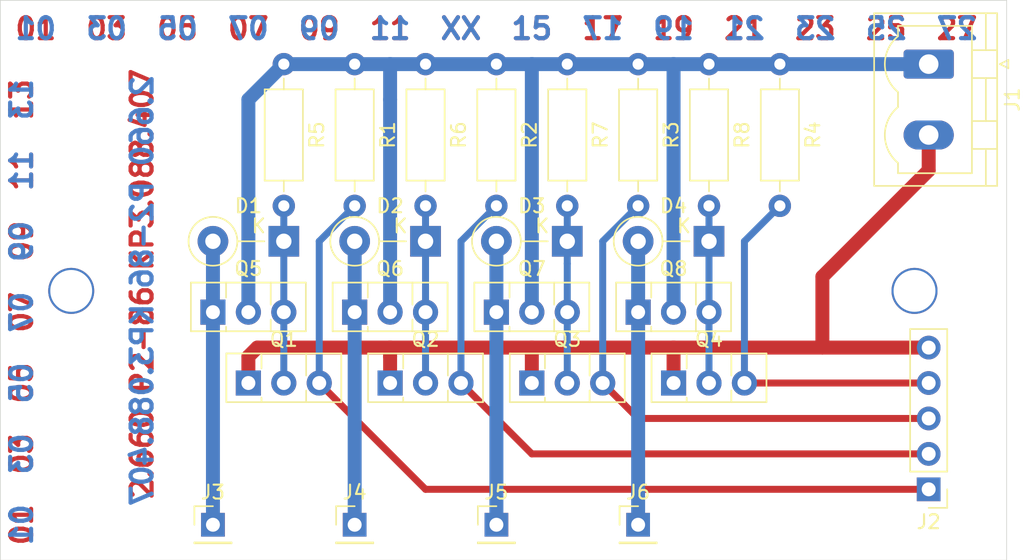
<source format=kicad_pcb>
(kicad_pcb (version 20171130) (host pcbnew "(5.1.5)-3")

  (general
    (thickness 1.6)
    (drawings 48)
    (tracks 59)
    (zones 0)
    (modules 26)
    (nets 15)
  )

  (page A4)
  (layers
    (0 F.Cu signal)
    (31 B.Cu signal)
    (32 B.Adhes user)
    (33 F.Adhes user)
    (34 B.Paste user)
    (35 F.Paste user)
    (36 B.SilkS user)
    (37 F.SilkS user)
    (38 B.Mask user)
    (39 F.Mask user)
    (40 Dwgs.User user)
    (41 Cmts.User user)
    (42 Eco1.User user)
    (43 Eco2.User user)
    (44 Edge.Cuts user)
    (45 Margin user)
    (46 B.CrtYd user)
    (47 F.CrtYd user)
    (48 B.Fab user)
    (49 F.Fab user)
  )

  (setup
    (last_trace_width 0.25)
    (trace_clearance 0.2)
    (zone_clearance 0.508)
    (zone_45_only no)
    (trace_min 0.2)
    (via_size 0.8)
    (via_drill 0.4)
    (via_min_size 0.4)
    (via_min_drill 0.3)
    (uvia_size 0.3)
    (uvia_drill 0.1)
    (uvias_allowed no)
    (uvia_min_size 0.2)
    (uvia_min_drill 0.1)
    (edge_width 0.05)
    (segment_width 0.2)
    (pcb_text_width 0.3)
    (pcb_text_size 1.5 1.5)
    (mod_edge_width 0.12)
    (mod_text_size 1 1)
    (mod_text_width 0.15)
    (pad_size 1.524 1.524)
    (pad_drill 0.762)
    (pad_to_mask_clearance 0.051)
    (solder_mask_min_width 0.25)
    (aux_axis_origin 0 0)
    (visible_elements 7FFDFFFF)
    (pcbplotparams
      (layerselection 0x010fc_ffffffff)
      (usegerberextensions false)
      (usegerberattributes false)
      (usegerberadvancedattributes false)
      (creategerberjobfile false)
      (excludeedgelayer true)
      (linewidth 0.100000)
      (plotframeref false)
      (viasonmask false)
      (mode 1)
      (useauxorigin false)
      (hpglpennumber 1)
      (hpglpenspeed 20)
      (hpglpendiameter 15.000000)
      (psnegative false)
      (psa4output false)
      (plotreference true)
      (plotvalue true)
      (plotinvisibletext false)
      (padsonsilk false)
      (subtractmaskfromsilk false)
      (outputformat 1)
      (mirror false)
      (drillshape 1)
      (scaleselection 1)
      (outputdirectory ""))
  )

  (net 0 "")
  (net 1 "Net-(D1-Pad2)")
  (net 2 "Net-(D1-Pad1)")
  (net 3 "Net-(D2-Pad2)")
  (net 4 "Net-(D2-Pad1)")
  (net 5 "Net-(D3-Pad2)")
  (net 6 "Net-(D3-Pad1)")
  (net 7 "Net-(D4-Pad2)")
  (net 8 "Net-(D4-Pad1)")
  (net 9 GND)
  (net 10 +12V)
  (net 11 "Net-(J2-Pad4)")
  (net 12 "Net-(J2-Pad3)")
  (net 13 "Net-(J2-Pad2)")
  (net 14 "Net-(J2-Pad1)")

  (net_class Default "This is the default net class."
    (clearance 0.2)
    (trace_width 0.25)
    (via_dia 0.8)
    (via_drill 0.4)
    (uvia_dia 0.3)
    (uvia_drill 0.1)
  )

  (net_class Power ""
    (clearance 0.2)
    (trace_width 1)
    (via_dia 0.8)
    (via_drill 0.4)
    (uvia_dia 0.3)
    (uvia_drill 0.1)
    (add_net +12V)
    (add_net GND)
    (add_net "Net-(D1-Pad2)")
    (add_net "Net-(D2-Pad2)")
    (add_net "Net-(D3-Pad2)")
    (add_net "Net-(D4-Pad2)")
  )

  (net_class Signal ""
    (clearance 0.2)
    (trace_width 0.5)
    (via_dia 0.8)
    (via_drill 0.4)
    (uvia_dia 0.3)
    (uvia_drill 0.1)
    (add_net "Net-(D1-Pad1)")
    (add_net "Net-(D2-Pad1)")
    (add_net "Net-(D3-Pad1)")
    (add_net "Net-(D4-Pad1)")
    (add_net "Net-(J2-Pad1)")
    (add_net "Net-(J2-Pad2)")
    (add_net "Net-(J2-Pad3)")
    (add_net "Net-(J2-Pad4)")
  )

  (module Resistor_THT:R_Axial_DIN0207_L6.3mm_D2.5mm_P10.16mm_Horizontal (layer F.Cu) (tedit 5AE5139B) (tstamp 5E1A1AE1)
    (at 194.056 90.932 270)
    (descr "Resistor, Axial_DIN0207 series, Axial, Horizontal, pin pitch=10.16mm, 0.25W = 1/4W, length*diameter=6.3*2.5mm^2, http://cdn-reichelt.de/documents/datenblatt/B400/1_4W%23YAG.pdf")
    (tags "Resistor Axial_DIN0207 series Axial Horizontal pin pitch 10.16mm 0.25W = 1/4W length 6.3mm diameter 2.5mm")
    (path /5E38275B)
    (fp_text reference R8 (at 5.08 -2.37 90) (layer F.SilkS)
      (effects (font (size 1 1) (thickness 0.15)))
    )
    (fp_text value 1k (at 5.08 2.37 90) (layer F.Fab)
      (effects (font (size 1 1) (thickness 0.15)))
    )
    (fp_text user %R (at 5.08 0 90) (layer F.Fab)
      (effects (font (size 1 1) (thickness 0.15)))
    )
    (fp_line (start 11.21 -1.5) (end -1.05 -1.5) (layer F.CrtYd) (width 0.05))
    (fp_line (start 11.21 1.5) (end 11.21 -1.5) (layer F.CrtYd) (width 0.05))
    (fp_line (start -1.05 1.5) (end 11.21 1.5) (layer F.CrtYd) (width 0.05))
    (fp_line (start -1.05 -1.5) (end -1.05 1.5) (layer F.CrtYd) (width 0.05))
    (fp_line (start 9.12 0) (end 8.35 0) (layer F.SilkS) (width 0.12))
    (fp_line (start 1.04 0) (end 1.81 0) (layer F.SilkS) (width 0.12))
    (fp_line (start 8.35 -1.37) (end 1.81 -1.37) (layer F.SilkS) (width 0.12))
    (fp_line (start 8.35 1.37) (end 8.35 -1.37) (layer F.SilkS) (width 0.12))
    (fp_line (start 1.81 1.37) (end 8.35 1.37) (layer F.SilkS) (width 0.12))
    (fp_line (start 1.81 -1.37) (end 1.81 1.37) (layer F.SilkS) (width 0.12))
    (fp_line (start 10.16 0) (end 8.23 0) (layer F.Fab) (width 0.1))
    (fp_line (start 0 0) (end 1.93 0) (layer F.Fab) (width 0.1))
    (fp_line (start 8.23 -1.25) (end 1.93 -1.25) (layer F.Fab) (width 0.1))
    (fp_line (start 8.23 1.25) (end 8.23 -1.25) (layer F.Fab) (width 0.1))
    (fp_line (start 1.93 1.25) (end 8.23 1.25) (layer F.Fab) (width 0.1))
    (fp_line (start 1.93 -1.25) (end 1.93 1.25) (layer F.Fab) (width 0.1))
    (pad 2 thru_hole oval (at 10.16 0 270) (size 1.6 1.6) (drill 0.8) (layers *.Cu *.Mask)
      (net 8 "Net-(D4-Pad1)"))
    (pad 1 thru_hole circle (at 0 0 270) (size 1.6 1.6) (drill 0.8) (layers *.Cu *.Mask)
      (net 10 +12V))
    (model ${KISYS3DMOD}/Resistor_THT.3dshapes/R_Axial_DIN0207_L6.3mm_D2.5mm_P10.16mm_Horizontal.wrl
      (at (xyz 0 0 0))
      (scale (xyz 1 1 1))
      (rotate (xyz 0 0 0))
    )
  )

  (module Resistor_THT:R_Axial_DIN0207_L6.3mm_D2.5mm_P10.16mm_Horizontal (layer F.Cu) (tedit 5AE5139B) (tstamp 5E1A1ACA)
    (at 183.896 90.932 270)
    (descr "Resistor, Axial_DIN0207 series, Axial, Horizontal, pin pitch=10.16mm, 0.25W = 1/4W, length*diameter=6.3*2.5mm^2, http://cdn-reichelt.de/documents/datenblatt/B400/1_4W%23YAG.pdf")
    (tags "Resistor Axial_DIN0207 series Axial Horizontal pin pitch 10.16mm 0.25W = 1/4W length 6.3mm diameter 2.5mm")
    (path /5E382722)
    (fp_text reference R7 (at 5.08 -2.37 90) (layer F.SilkS)
      (effects (font (size 1 1) (thickness 0.15)))
    )
    (fp_text value 1k (at 5.08 2.37 90) (layer F.Fab)
      (effects (font (size 1 1) (thickness 0.15)))
    )
    (fp_text user %R (at 5.08 0 90) (layer F.Fab)
      (effects (font (size 1 1) (thickness 0.15)))
    )
    (fp_line (start 11.21 -1.5) (end -1.05 -1.5) (layer F.CrtYd) (width 0.05))
    (fp_line (start 11.21 1.5) (end 11.21 -1.5) (layer F.CrtYd) (width 0.05))
    (fp_line (start -1.05 1.5) (end 11.21 1.5) (layer F.CrtYd) (width 0.05))
    (fp_line (start -1.05 -1.5) (end -1.05 1.5) (layer F.CrtYd) (width 0.05))
    (fp_line (start 9.12 0) (end 8.35 0) (layer F.SilkS) (width 0.12))
    (fp_line (start 1.04 0) (end 1.81 0) (layer F.SilkS) (width 0.12))
    (fp_line (start 8.35 -1.37) (end 1.81 -1.37) (layer F.SilkS) (width 0.12))
    (fp_line (start 8.35 1.37) (end 8.35 -1.37) (layer F.SilkS) (width 0.12))
    (fp_line (start 1.81 1.37) (end 8.35 1.37) (layer F.SilkS) (width 0.12))
    (fp_line (start 1.81 -1.37) (end 1.81 1.37) (layer F.SilkS) (width 0.12))
    (fp_line (start 10.16 0) (end 8.23 0) (layer F.Fab) (width 0.1))
    (fp_line (start 0 0) (end 1.93 0) (layer F.Fab) (width 0.1))
    (fp_line (start 8.23 -1.25) (end 1.93 -1.25) (layer F.Fab) (width 0.1))
    (fp_line (start 8.23 1.25) (end 8.23 -1.25) (layer F.Fab) (width 0.1))
    (fp_line (start 1.93 1.25) (end 8.23 1.25) (layer F.Fab) (width 0.1))
    (fp_line (start 1.93 -1.25) (end 1.93 1.25) (layer F.Fab) (width 0.1))
    (pad 2 thru_hole oval (at 10.16 0 270) (size 1.6 1.6) (drill 0.8) (layers *.Cu *.Mask)
      (net 6 "Net-(D3-Pad1)"))
    (pad 1 thru_hole circle (at 0 0 270) (size 1.6 1.6) (drill 0.8) (layers *.Cu *.Mask)
      (net 10 +12V))
    (model ${KISYS3DMOD}/Resistor_THT.3dshapes/R_Axial_DIN0207_L6.3mm_D2.5mm_P10.16mm_Horizontal.wrl
      (at (xyz 0 0 0))
      (scale (xyz 1 1 1))
      (rotate (xyz 0 0 0))
    )
  )

  (module Resistor_THT:R_Axial_DIN0207_L6.3mm_D2.5mm_P10.16mm_Horizontal (layer F.Cu) (tedit 5AE5139B) (tstamp 5E1A1AB3)
    (at 173.736 90.932 270)
    (descr "Resistor, Axial_DIN0207 series, Axial, Horizontal, pin pitch=10.16mm, 0.25W = 1/4W, length*diameter=6.3*2.5mm^2, http://cdn-reichelt.de/documents/datenblatt/B400/1_4W%23YAG.pdf")
    (tags "Resistor Axial_DIN0207 series Axial Horizontal pin pitch 10.16mm 0.25W = 1/4W length 6.3mm diameter 2.5mm")
    (path /5E3764B7)
    (fp_text reference R6 (at 5.08 -2.37 90) (layer F.SilkS)
      (effects (font (size 1 1) (thickness 0.15)))
    )
    (fp_text value 1k (at 5.08 2.37 90) (layer F.Fab)
      (effects (font (size 1 1) (thickness 0.15)))
    )
    (fp_text user %R (at 5.08 0 90) (layer F.Fab)
      (effects (font (size 1 1) (thickness 0.15)))
    )
    (fp_line (start 11.21 -1.5) (end -1.05 -1.5) (layer F.CrtYd) (width 0.05))
    (fp_line (start 11.21 1.5) (end 11.21 -1.5) (layer F.CrtYd) (width 0.05))
    (fp_line (start -1.05 1.5) (end 11.21 1.5) (layer F.CrtYd) (width 0.05))
    (fp_line (start -1.05 -1.5) (end -1.05 1.5) (layer F.CrtYd) (width 0.05))
    (fp_line (start 9.12 0) (end 8.35 0) (layer F.SilkS) (width 0.12))
    (fp_line (start 1.04 0) (end 1.81 0) (layer F.SilkS) (width 0.12))
    (fp_line (start 8.35 -1.37) (end 1.81 -1.37) (layer F.SilkS) (width 0.12))
    (fp_line (start 8.35 1.37) (end 8.35 -1.37) (layer F.SilkS) (width 0.12))
    (fp_line (start 1.81 1.37) (end 8.35 1.37) (layer F.SilkS) (width 0.12))
    (fp_line (start 1.81 -1.37) (end 1.81 1.37) (layer F.SilkS) (width 0.12))
    (fp_line (start 10.16 0) (end 8.23 0) (layer F.Fab) (width 0.1))
    (fp_line (start 0 0) (end 1.93 0) (layer F.Fab) (width 0.1))
    (fp_line (start 8.23 -1.25) (end 1.93 -1.25) (layer F.Fab) (width 0.1))
    (fp_line (start 8.23 1.25) (end 8.23 -1.25) (layer F.Fab) (width 0.1))
    (fp_line (start 1.93 1.25) (end 8.23 1.25) (layer F.Fab) (width 0.1))
    (fp_line (start 1.93 -1.25) (end 1.93 1.25) (layer F.Fab) (width 0.1))
    (pad 2 thru_hole oval (at 10.16 0 270) (size 1.6 1.6) (drill 0.8) (layers *.Cu *.Mask)
      (net 4 "Net-(D2-Pad1)"))
    (pad 1 thru_hole circle (at 0 0 270) (size 1.6 1.6) (drill 0.8) (layers *.Cu *.Mask)
      (net 10 +12V))
    (model ${KISYS3DMOD}/Resistor_THT.3dshapes/R_Axial_DIN0207_L6.3mm_D2.5mm_P10.16mm_Horizontal.wrl
      (at (xyz 0 0 0))
      (scale (xyz 1 1 1))
      (rotate (xyz 0 0 0))
    )
  )

  (module Resistor_THT:R_Axial_DIN0207_L6.3mm_D2.5mm_P10.16mm_Horizontal (layer F.Cu) (tedit 5AE5139B) (tstamp 5E1A1A9C)
    (at 163.576 90.932 270)
    (descr "Resistor, Axial_DIN0207 series, Axial, Horizontal, pin pitch=10.16mm, 0.25W = 1/4W, length*diameter=6.3*2.5mm^2, http://cdn-reichelt.de/documents/datenblatt/B400/1_4W%23YAG.pdf")
    (tags "Resistor Axial_DIN0207 series Axial Horizontal pin pitch 10.16mm 0.25W = 1/4W length 6.3mm diameter 2.5mm")
    (path /5E366F27)
    (fp_text reference R5 (at 5.08 -2.37 90) (layer F.SilkS)
      (effects (font (size 1 1) (thickness 0.15)))
    )
    (fp_text value 1k (at 5.08 2.37 90) (layer F.Fab)
      (effects (font (size 1 1) (thickness 0.15)))
    )
    (fp_text user %R (at 5.08 0 90) (layer F.Fab)
      (effects (font (size 1 1) (thickness 0.15)))
    )
    (fp_line (start 11.21 -1.5) (end -1.05 -1.5) (layer F.CrtYd) (width 0.05))
    (fp_line (start 11.21 1.5) (end 11.21 -1.5) (layer F.CrtYd) (width 0.05))
    (fp_line (start -1.05 1.5) (end 11.21 1.5) (layer F.CrtYd) (width 0.05))
    (fp_line (start -1.05 -1.5) (end -1.05 1.5) (layer F.CrtYd) (width 0.05))
    (fp_line (start 9.12 0) (end 8.35 0) (layer F.SilkS) (width 0.12))
    (fp_line (start 1.04 0) (end 1.81 0) (layer F.SilkS) (width 0.12))
    (fp_line (start 8.35 -1.37) (end 1.81 -1.37) (layer F.SilkS) (width 0.12))
    (fp_line (start 8.35 1.37) (end 8.35 -1.37) (layer F.SilkS) (width 0.12))
    (fp_line (start 1.81 1.37) (end 8.35 1.37) (layer F.SilkS) (width 0.12))
    (fp_line (start 1.81 -1.37) (end 1.81 1.37) (layer F.SilkS) (width 0.12))
    (fp_line (start 10.16 0) (end 8.23 0) (layer F.Fab) (width 0.1))
    (fp_line (start 0 0) (end 1.93 0) (layer F.Fab) (width 0.1))
    (fp_line (start 8.23 -1.25) (end 1.93 -1.25) (layer F.Fab) (width 0.1))
    (fp_line (start 8.23 1.25) (end 8.23 -1.25) (layer F.Fab) (width 0.1))
    (fp_line (start 1.93 1.25) (end 8.23 1.25) (layer F.Fab) (width 0.1))
    (fp_line (start 1.93 -1.25) (end 1.93 1.25) (layer F.Fab) (width 0.1))
    (pad 2 thru_hole oval (at 10.16 0 270) (size 1.6 1.6) (drill 0.8) (layers *.Cu *.Mask)
      (net 2 "Net-(D1-Pad1)"))
    (pad 1 thru_hole circle (at 0 0 270) (size 1.6 1.6) (drill 0.8) (layers *.Cu *.Mask)
      (net 10 +12V))
    (model ${KISYS3DMOD}/Resistor_THT.3dshapes/R_Axial_DIN0207_L6.3mm_D2.5mm_P10.16mm_Horizontal.wrl
      (at (xyz 0 0 0))
      (scale (xyz 1 1 1))
      (rotate (xyz 0 0 0))
    )
  )

  (module Resistor_THT:R_Axial_DIN0207_L6.3mm_D2.5mm_P10.16mm_Horizontal (layer F.Cu) (tedit 5AE5139B) (tstamp 5E1A307A)
    (at 199.136 90.932 270)
    (descr "Resistor, Axial_DIN0207 series, Axial, Horizontal, pin pitch=10.16mm, 0.25W = 1/4W, length*diameter=6.3*2.5mm^2, http://cdn-reichelt.de/documents/datenblatt/B400/1_4W%23YAG.pdf")
    (tags "Resistor Axial_DIN0207 series Axial Horizontal pin pitch 10.16mm 0.25W = 1/4W length 6.3mm diameter 2.5mm")
    (path /5E382737)
    (fp_text reference R4 (at 5.08 -2.37 90) (layer F.SilkS)
      (effects (font (size 1 1) (thickness 0.15)))
    )
    (fp_text value 1k (at 5.08 2.37 90) (layer F.Fab)
      (effects (font (size 1 1) (thickness 0.15)))
    )
    (fp_text user %R (at 5.08 0 90) (layer F.Fab)
      (effects (font (size 1 1) (thickness 0.15)))
    )
    (fp_line (start 11.21 -1.5) (end -1.05 -1.5) (layer F.CrtYd) (width 0.05))
    (fp_line (start 11.21 1.5) (end 11.21 -1.5) (layer F.CrtYd) (width 0.05))
    (fp_line (start -1.05 1.5) (end 11.21 1.5) (layer F.CrtYd) (width 0.05))
    (fp_line (start -1.05 -1.5) (end -1.05 1.5) (layer F.CrtYd) (width 0.05))
    (fp_line (start 9.12 0) (end 8.35 0) (layer F.SilkS) (width 0.12))
    (fp_line (start 1.04 0) (end 1.81 0) (layer F.SilkS) (width 0.12))
    (fp_line (start 8.35 -1.37) (end 1.81 -1.37) (layer F.SilkS) (width 0.12))
    (fp_line (start 8.35 1.37) (end 8.35 -1.37) (layer F.SilkS) (width 0.12))
    (fp_line (start 1.81 1.37) (end 8.35 1.37) (layer F.SilkS) (width 0.12))
    (fp_line (start 1.81 -1.37) (end 1.81 1.37) (layer F.SilkS) (width 0.12))
    (fp_line (start 10.16 0) (end 8.23 0) (layer F.Fab) (width 0.1))
    (fp_line (start 0 0) (end 1.93 0) (layer F.Fab) (width 0.1))
    (fp_line (start 8.23 -1.25) (end 1.93 -1.25) (layer F.Fab) (width 0.1))
    (fp_line (start 8.23 1.25) (end 8.23 -1.25) (layer F.Fab) (width 0.1))
    (fp_line (start 1.93 1.25) (end 8.23 1.25) (layer F.Fab) (width 0.1))
    (fp_line (start 1.93 -1.25) (end 1.93 1.25) (layer F.Fab) (width 0.1))
    (pad 2 thru_hole oval (at 10.16 0 270) (size 1.6 1.6) (drill 0.8) (layers *.Cu *.Mask)
      (net 11 "Net-(J2-Pad4)"))
    (pad 1 thru_hole circle (at 0 0 270) (size 1.6 1.6) (drill 0.8) (layers *.Cu *.Mask)
      (net 10 +12V))
    (model ${KISYS3DMOD}/Resistor_THT.3dshapes/R_Axial_DIN0207_L6.3mm_D2.5mm_P10.16mm_Horizontal.wrl
      (at (xyz 0 0 0))
      (scale (xyz 1 1 1))
      (rotate (xyz 0 0 0))
    )
  )

  (module Resistor_THT:R_Axial_DIN0207_L6.3mm_D2.5mm_P10.16mm_Horizontal (layer F.Cu) (tedit 5AE5139B) (tstamp 5E1A1A6E)
    (at 188.976 90.932 270)
    (descr "Resistor, Axial_DIN0207 series, Axial, Horizontal, pin pitch=10.16mm, 0.25W = 1/4W, length*diameter=6.3*2.5mm^2, http://cdn-reichelt.de/documents/datenblatt/B400/1_4W%23YAG.pdf")
    (tags "Resistor Axial_DIN0207 series Axial Horizontal pin pitch 10.16mm 0.25W = 1/4W length 6.3mm diameter 2.5mm")
    (path /5E3826FE)
    (fp_text reference R3 (at 5.08 -2.37 90) (layer F.SilkS)
      (effects (font (size 1 1) (thickness 0.15)))
    )
    (fp_text value 1k (at 5.08 2.37 90) (layer F.Fab)
      (effects (font (size 1 1) (thickness 0.15)))
    )
    (fp_text user %R (at 5.08 0 90) (layer F.Fab)
      (effects (font (size 1 1) (thickness 0.15)))
    )
    (fp_line (start 11.21 -1.5) (end -1.05 -1.5) (layer F.CrtYd) (width 0.05))
    (fp_line (start 11.21 1.5) (end 11.21 -1.5) (layer F.CrtYd) (width 0.05))
    (fp_line (start -1.05 1.5) (end 11.21 1.5) (layer F.CrtYd) (width 0.05))
    (fp_line (start -1.05 -1.5) (end -1.05 1.5) (layer F.CrtYd) (width 0.05))
    (fp_line (start 9.12 0) (end 8.35 0) (layer F.SilkS) (width 0.12))
    (fp_line (start 1.04 0) (end 1.81 0) (layer F.SilkS) (width 0.12))
    (fp_line (start 8.35 -1.37) (end 1.81 -1.37) (layer F.SilkS) (width 0.12))
    (fp_line (start 8.35 1.37) (end 8.35 -1.37) (layer F.SilkS) (width 0.12))
    (fp_line (start 1.81 1.37) (end 8.35 1.37) (layer F.SilkS) (width 0.12))
    (fp_line (start 1.81 -1.37) (end 1.81 1.37) (layer F.SilkS) (width 0.12))
    (fp_line (start 10.16 0) (end 8.23 0) (layer F.Fab) (width 0.1))
    (fp_line (start 0 0) (end 1.93 0) (layer F.Fab) (width 0.1))
    (fp_line (start 8.23 -1.25) (end 1.93 -1.25) (layer F.Fab) (width 0.1))
    (fp_line (start 8.23 1.25) (end 8.23 -1.25) (layer F.Fab) (width 0.1))
    (fp_line (start 1.93 1.25) (end 8.23 1.25) (layer F.Fab) (width 0.1))
    (fp_line (start 1.93 -1.25) (end 1.93 1.25) (layer F.Fab) (width 0.1))
    (pad 2 thru_hole oval (at 10.16 0 270) (size 1.6 1.6) (drill 0.8) (layers *.Cu *.Mask)
      (net 12 "Net-(J2-Pad3)"))
    (pad 1 thru_hole circle (at 0 0 270) (size 1.6 1.6) (drill 0.8) (layers *.Cu *.Mask)
      (net 10 +12V))
    (model ${KISYS3DMOD}/Resistor_THT.3dshapes/R_Axial_DIN0207_L6.3mm_D2.5mm_P10.16mm_Horizontal.wrl
      (at (xyz 0 0 0))
      (scale (xyz 1 1 1))
      (rotate (xyz 0 0 0))
    )
  )

  (module Resistor_THT:R_Axial_DIN0207_L6.3mm_D2.5mm_P10.16mm_Horizontal (layer F.Cu) (tedit 5AE5139B) (tstamp 5E1A1A57)
    (at 178.816 90.932 270)
    (descr "Resistor, Axial_DIN0207 series, Axial, Horizontal, pin pitch=10.16mm, 0.25W = 1/4W, length*diameter=6.3*2.5mm^2, http://cdn-reichelt.de/documents/datenblatt/B400/1_4W%23YAG.pdf")
    (tags "Resistor Axial_DIN0207 series Axial Horizontal pin pitch 10.16mm 0.25W = 1/4W length 6.3mm diameter 2.5mm")
    (path /5E376493)
    (fp_text reference R2 (at 5.08 -2.37 90) (layer F.SilkS)
      (effects (font (size 1 1) (thickness 0.15)))
    )
    (fp_text value 1k (at 5.08 2.37 90) (layer F.Fab)
      (effects (font (size 1 1) (thickness 0.15)))
    )
    (fp_text user %R (at 5.08 0 90) (layer F.Fab)
      (effects (font (size 1 1) (thickness 0.15)))
    )
    (fp_line (start 11.21 -1.5) (end -1.05 -1.5) (layer F.CrtYd) (width 0.05))
    (fp_line (start 11.21 1.5) (end 11.21 -1.5) (layer F.CrtYd) (width 0.05))
    (fp_line (start -1.05 1.5) (end 11.21 1.5) (layer F.CrtYd) (width 0.05))
    (fp_line (start -1.05 -1.5) (end -1.05 1.5) (layer F.CrtYd) (width 0.05))
    (fp_line (start 9.12 0) (end 8.35 0) (layer F.SilkS) (width 0.12))
    (fp_line (start 1.04 0) (end 1.81 0) (layer F.SilkS) (width 0.12))
    (fp_line (start 8.35 -1.37) (end 1.81 -1.37) (layer F.SilkS) (width 0.12))
    (fp_line (start 8.35 1.37) (end 8.35 -1.37) (layer F.SilkS) (width 0.12))
    (fp_line (start 1.81 1.37) (end 8.35 1.37) (layer F.SilkS) (width 0.12))
    (fp_line (start 1.81 -1.37) (end 1.81 1.37) (layer F.SilkS) (width 0.12))
    (fp_line (start 10.16 0) (end 8.23 0) (layer F.Fab) (width 0.1))
    (fp_line (start 0 0) (end 1.93 0) (layer F.Fab) (width 0.1))
    (fp_line (start 8.23 -1.25) (end 1.93 -1.25) (layer F.Fab) (width 0.1))
    (fp_line (start 8.23 1.25) (end 8.23 -1.25) (layer F.Fab) (width 0.1))
    (fp_line (start 1.93 1.25) (end 8.23 1.25) (layer F.Fab) (width 0.1))
    (fp_line (start 1.93 -1.25) (end 1.93 1.25) (layer F.Fab) (width 0.1))
    (pad 2 thru_hole oval (at 10.16 0 270) (size 1.6 1.6) (drill 0.8) (layers *.Cu *.Mask)
      (net 13 "Net-(J2-Pad2)"))
    (pad 1 thru_hole circle (at 0 0 270) (size 1.6 1.6) (drill 0.8) (layers *.Cu *.Mask)
      (net 10 +12V))
    (model ${KISYS3DMOD}/Resistor_THT.3dshapes/R_Axial_DIN0207_L6.3mm_D2.5mm_P10.16mm_Horizontal.wrl
      (at (xyz 0 0 0))
      (scale (xyz 1 1 1))
      (rotate (xyz 0 0 0))
    )
  )

  (module Resistor_THT:R_Axial_DIN0207_L6.3mm_D2.5mm_P10.16mm_Horizontal (layer F.Cu) (tedit 5AE5139B) (tstamp 5E1A1A40)
    (at 168.656 90.932 270)
    (descr "Resistor, Axial_DIN0207 series, Axial, Horizontal, pin pitch=10.16mm, 0.25W = 1/4W, length*diameter=6.3*2.5mm^2, http://cdn-reichelt.de/documents/datenblatt/B400/1_4W%23YAG.pdf")
    (tags "Resistor Axial_DIN0207 series Axial Horizontal pin pitch 10.16mm 0.25W = 1/4W length 6.3mm diameter 2.5mm")
    (path /5E360C30)
    (fp_text reference R1 (at 5.08 -2.37 90) (layer F.SilkS)
      (effects (font (size 1 1) (thickness 0.15)))
    )
    (fp_text value 1k (at 5.08 2.37 90) (layer F.Fab)
      (effects (font (size 1 1) (thickness 0.15)))
    )
    (fp_text user %R (at 5.08 0 90) (layer F.Fab)
      (effects (font (size 1 1) (thickness 0.15)))
    )
    (fp_line (start 11.21 -1.5) (end -1.05 -1.5) (layer F.CrtYd) (width 0.05))
    (fp_line (start 11.21 1.5) (end 11.21 -1.5) (layer F.CrtYd) (width 0.05))
    (fp_line (start -1.05 1.5) (end 11.21 1.5) (layer F.CrtYd) (width 0.05))
    (fp_line (start -1.05 -1.5) (end -1.05 1.5) (layer F.CrtYd) (width 0.05))
    (fp_line (start 9.12 0) (end 8.35 0) (layer F.SilkS) (width 0.12))
    (fp_line (start 1.04 0) (end 1.81 0) (layer F.SilkS) (width 0.12))
    (fp_line (start 8.35 -1.37) (end 1.81 -1.37) (layer F.SilkS) (width 0.12))
    (fp_line (start 8.35 1.37) (end 8.35 -1.37) (layer F.SilkS) (width 0.12))
    (fp_line (start 1.81 1.37) (end 8.35 1.37) (layer F.SilkS) (width 0.12))
    (fp_line (start 1.81 -1.37) (end 1.81 1.37) (layer F.SilkS) (width 0.12))
    (fp_line (start 10.16 0) (end 8.23 0) (layer F.Fab) (width 0.1))
    (fp_line (start 0 0) (end 1.93 0) (layer F.Fab) (width 0.1))
    (fp_line (start 8.23 -1.25) (end 1.93 -1.25) (layer F.Fab) (width 0.1))
    (fp_line (start 8.23 1.25) (end 8.23 -1.25) (layer F.Fab) (width 0.1))
    (fp_line (start 1.93 1.25) (end 8.23 1.25) (layer F.Fab) (width 0.1))
    (fp_line (start 1.93 -1.25) (end 1.93 1.25) (layer F.Fab) (width 0.1))
    (pad 2 thru_hole oval (at 10.16 0 270) (size 1.6 1.6) (drill 0.8) (layers *.Cu *.Mask)
      (net 14 "Net-(J2-Pad1)"))
    (pad 1 thru_hole circle (at 0 0 270) (size 1.6 1.6) (drill 0.8) (layers *.Cu *.Mask)
      (net 10 +12V))
    (model ${KISYS3DMOD}/Resistor_THT.3dshapes/R_Axial_DIN0207_L6.3mm_D2.5mm_P10.16mm_Horizontal.wrl
      (at (xyz 0 0 0))
      (scale (xyz 1 1 1))
      (rotate (xyz 0 0 0))
    )
  )

  (module Package_TO_SOT_THT:TO-126-3_Vertical (layer F.Cu) (tedit 5AC8BA0D) (tstamp 5E1A2874)
    (at 188.976 108.712)
    (descr "TO-126-3, Vertical, RM 2.54mm, see https://www.diodes.com/assets/Package-Files/TO126.pdf")
    (tags "TO-126-3 Vertical RM 2.54mm")
    (path /5E38274F)
    (fp_text reference Q8 (at 2.54 -3.12) (layer F.SilkS)
      (effects (font (size 1 1) (thickness 0.15)))
    )
    (fp_text value BD137 (at 2.54 2.5) (layer F.Fab)
      (effects (font (size 1 1) (thickness 0.15)))
    )
    (fp_text user %R (at 2.54 -3.12) (layer F.Fab)
      (effects (font (size 1 1) (thickness 0.15)))
    )
    (fp_line (start 6.79 -2.25) (end -1.71 -2.25) (layer F.CrtYd) (width 0.05))
    (fp_line (start 6.79 1.5) (end 6.79 -2.25) (layer F.CrtYd) (width 0.05))
    (fp_line (start -1.71 1.5) (end 6.79 1.5) (layer F.CrtYd) (width 0.05))
    (fp_line (start -1.71 -2.25) (end -1.71 1.5) (layer F.CrtYd) (width 0.05))
    (fp_line (start 4.141 0.54) (end 4.141 1.37) (layer F.SilkS) (width 0.12))
    (fp_line (start 4.141 -2.12) (end 4.141 -0.54) (layer F.SilkS) (width 0.12))
    (fp_line (start 0.94 1.05) (end 0.94 1.37) (layer F.SilkS) (width 0.12))
    (fp_line (start 0.94 -2.12) (end 0.94 -1.05) (layer F.SilkS) (width 0.12))
    (fp_line (start 6.66 -2.12) (end 6.66 1.37) (layer F.SilkS) (width 0.12))
    (fp_line (start -1.58 -2.12) (end -1.58 1.37) (layer F.SilkS) (width 0.12))
    (fp_line (start -1.58 1.37) (end 6.66 1.37) (layer F.SilkS) (width 0.12))
    (fp_line (start -1.58 -2.12) (end 6.66 -2.12) (layer F.SilkS) (width 0.12))
    (fp_line (start 4.14 -2) (end 4.14 1.25) (layer F.Fab) (width 0.1))
    (fp_line (start 0.94 -2) (end 0.94 1.25) (layer F.Fab) (width 0.1))
    (fp_line (start 6.54 -2) (end -1.46 -2) (layer F.Fab) (width 0.1))
    (fp_line (start 6.54 1.25) (end 6.54 -2) (layer F.Fab) (width 0.1))
    (fp_line (start -1.46 1.25) (end 6.54 1.25) (layer F.Fab) (width 0.1))
    (fp_line (start -1.46 -2) (end -1.46 1.25) (layer F.Fab) (width 0.1))
    (pad 3 thru_hole oval (at 5.08 0) (size 1.8 1.8) (drill 1) (layers *.Cu *.Mask)
      (net 8 "Net-(D4-Pad1)"))
    (pad 2 thru_hole oval (at 2.54 0) (size 1.8 1.8) (drill 1) (layers *.Cu *.Mask)
      (net 10 +12V))
    (pad 1 thru_hole rect (at 0 0) (size 1.8 1.8) (drill 1) (layers *.Cu *.Mask)
      (net 7 "Net-(D4-Pad2)"))
    (model ${KISYS3DMOD}/Package_TO_SOT_THT.3dshapes/TO-126-3_Vertical.wrl
      (at (xyz 0 0 0))
      (scale (xyz 1 1 1))
      (rotate (xyz 0 0 0))
    )
  )

  (module Package_TO_SOT_THT:TO-126-3_Vertical (layer F.Cu) (tedit 5AC8BA0D) (tstamp 5E1A1A0F)
    (at 178.816 108.712)
    (descr "TO-126-3, Vertical, RM 2.54mm, see https://www.diodes.com/assets/Package-Files/TO126.pdf")
    (tags "TO-126-3 Vertical RM 2.54mm")
    (path /5E382716)
    (fp_text reference Q7 (at 2.54 -3.12) (layer F.SilkS)
      (effects (font (size 1 1) (thickness 0.15)))
    )
    (fp_text value BD137 (at 2.54 2.5) (layer F.Fab)
      (effects (font (size 1 1) (thickness 0.15)))
    )
    (fp_text user %R (at 2.54 -3.12) (layer F.Fab)
      (effects (font (size 1 1) (thickness 0.15)))
    )
    (fp_line (start 6.79 -2.25) (end -1.71 -2.25) (layer F.CrtYd) (width 0.05))
    (fp_line (start 6.79 1.5) (end 6.79 -2.25) (layer F.CrtYd) (width 0.05))
    (fp_line (start -1.71 1.5) (end 6.79 1.5) (layer F.CrtYd) (width 0.05))
    (fp_line (start -1.71 -2.25) (end -1.71 1.5) (layer F.CrtYd) (width 0.05))
    (fp_line (start 4.141 0.54) (end 4.141 1.37) (layer F.SilkS) (width 0.12))
    (fp_line (start 4.141 -2.12) (end 4.141 -0.54) (layer F.SilkS) (width 0.12))
    (fp_line (start 0.94 1.05) (end 0.94 1.37) (layer F.SilkS) (width 0.12))
    (fp_line (start 0.94 -2.12) (end 0.94 -1.05) (layer F.SilkS) (width 0.12))
    (fp_line (start 6.66 -2.12) (end 6.66 1.37) (layer F.SilkS) (width 0.12))
    (fp_line (start -1.58 -2.12) (end -1.58 1.37) (layer F.SilkS) (width 0.12))
    (fp_line (start -1.58 1.37) (end 6.66 1.37) (layer F.SilkS) (width 0.12))
    (fp_line (start -1.58 -2.12) (end 6.66 -2.12) (layer F.SilkS) (width 0.12))
    (fp_line (start 4.14 -2) (end 4.14 1.25) (layer F.Fab) (width 0.1))
    (fp_line (start 0.94 -2) (end 0.94 1.25) (layer F.Fab) (width 0.1))
    (fp_line (start 6.54 -2) (end -1.46 -2) (layer F.Fab) (width 0.1))
    (fp_line (start 6.54 1.25) (end 6.54 -2) (layer F.Fab) (width 0.1))
    (fp_line (start -1.46 1.25) (end 6.54 1.25) (layer F.Fab) (width 0.1))
    (fp_line (start -1.46 -2) (end -1.46 1.25) (layer F.Fab) (width 0.1))
    (pad 3 thru_hole oval (at 5.08 0) (size 1.8 1.8) (drill 1) (layers *.Cu *.Mask)
      (net 6 "Net-(D3-Pad1)"))
    (pad 2 thru_hole oval (at 2.54 0) (size 1.8 1.8) (drill 1) (layers *.Cu *.Mask)
      (net 10 +12V))
    (pad 1 thru_hole rect (at 0 0) (size 1.8 1.8) (drill 1) (layers *.Cu *.Mask)
      (net 5 "Net-(D3-Pad2)"))
    (model ${KISYS3DMOD}/Package_TO_SOT_THT.3dshapes/TO-126-3_Vertical.wrl
      (at (xyz 0 0 0))
      (scale (xyz 1 1 1))
      (rotate (xyz 0 0 0))
    )
  )

  (module Package_TO_SOT_THT:TO-126-3_Vertical (layer F.Cu) (tedit 5AC8BA0D) (tstamp 5E1A19F5)
    (at 168.656 108.712)
    (descr "TO-126-3, Vertical, RM 2.54mm, see https://www.diodes.com/assets/Package-Files/TO126.pdf")
    (tags "TO-126-3 Vertical RM 2.54mm")
    (path /5E3764AB)
    (fp_text reference Q6 (at 2.54 -3.12) (layer F.SilkS)
      (effects (font (size 1 1) (thickness 0.15)))
    )
    (fp_text value BD137 (at 2.54 2.5) (layer F.Fab)
      (effects (font (size 1 1) (thickness 0.15)))
    )
    (fp_text user %R (at 2.54 -3.12) (layer F.Fab)
      (effects (font (size 1 1) (thickness 0.15)))
    )
    (fp_line (start 6.79 -2.25) (end -1.71 -2.25) (layer F.CrtYd) (width 0.05))
    (fp_line (start 6.79 1.5) (end 6.79 -2.25) (layer F.CrtYd) (width 0.05))
    (fp_line (start -1.71 1.5) (end 6.79 1.5) (layer F.CrtYd) (width 0.05))
    (fp_line (start -1.71 -2.25) (end -1.71 1.5) (layer F.CrtYd) (width 0.05))
    (fp_line (start 4.141 0.54) (end 4.141 1.37) (layer F.SilkS) (width 0.12))
    (fp_line (start 4.141 -2.12) (end 4.141 -0.54) (layer F.SilkS) (width 0.12))
    (fp_line (start 0.94 1.05) (end 0.94 1.37) (layer F.SilkS) (width 0.12))
    (fp_line (start 0.94 -2.12) (end 0.94 -1.05) (layer F.SilkS) (width 0.12))
    (fp_line (start 6.66 -2.12) (end 6.66 1.37) (layer F.SilkS) (width 0.12))
    (fp_line (start -1.58 -2.12) (end -1.58 1.37) (layer F.SilkS) (width 0.12))
    (fp_line (start -1.58 1.37) (end 6.66 1.37) (layer F.SilkS) (width 0.12))
    (fp_line (start -1.58 -2.12) (end 6.66 -2.12) (layer F.SilkS) (width 0.12))
    (fp_line (start 4.14 -2) (end 4.14 1.25) (layer F.Fab) (width 0.1))
    (fp_line (start 0.94 -2) (end 0.94 1.25) (layer F.Fab) (width 0.1))
    (fp_line (start 6.54 -2) (end -1.46 -2) (layer F.Fab) (width 0.1))
    (fp_line (start 6.54 1.25) (end 6.54 -2) (layer F.Fab) (width 0.1))
    (fp_line (start -1.46 1.25) (end 6.54 1.25) (layer F.Fab) (width 0.1))
    (fp_line (start -1.46 -2) (end -1.46 1.25) (layer F.Fab) (width 0.1))
    (pad 3 thru_hole oval (at 5.08 0) (size 1.8 1.8) (drill 1) (layers *.Cu *.Mask)
      (net 4 "Net-(D2-Pad1)"))
    (pad 2 thru_hole oval (at 2.54 0) (size 1.8 1.8) (drill 1) (layers *.Cu *.Mask)
      (net 10 +12V))
    (pad 1 thru_hole rect (at 0 0) (size 1.8 1.8) (drill 1) (layers *.Cu *.Mask)
      (net 3 "Net-(D2-Pad2)"))
    (model ${KISYS3DMOD}/Package_TO_SOT_THT.3dshapes/TO-126-3_Vertical.wrl
      (at (xyz 0 0 0))
      (scale (xyz 1 1 1))
      (rotate (xyz 0 0 0))
    )
  )

  (module Package_TO_SOT_THT:TO-126-3_Vertical (layer F.Cu) (tedit 5AC8BA0D) (tstamp 5E1A19DB)
    (at 158.496 108.712)
    (descr "TO-126-3, Vertical, RM 2.54mm, see https://www.diodes.com/assets/Package-Files/TO126.pdf")
    (tags "TO-126-3 Vertical RM 2.54mm")
    (path /5E363EAD)
    (fp_text reference Q5 (at 2.54 -3.12) (layer F.SilkS)
      (effects (font (size 1 1) (thickness 0.15)))
    )
    (fp_text value BD137 (at 2.54 2.5) (layer F.Fab)
      (effects (font (size 1 1) (thickness 0.15)))
    )
    (fp_text user %R (at 2.54 -3.12) (layer F.Fab)
      (effects (font (size 1 1) (thickness 0.15)))
    )
    (fp_line (start 6.79 -2.25) (end -1.71 -2.25) (layer F.CrtYd) (width 0.05))
    (fp_line (start 6.79 1.5) (end 6.79 -2.25) (layer F.CrtYd) (width 0.05))
    (fp_line (start -1.71 1.5) (end 6.79 1.5) (layer F.CrtYd) (width 0.05))
    (fp_line (start -1.71 -2.25) (end -1.71 1.5) (layer F.CrtYd) (width 0.05))
    (fp_line (start 4.141 0.54) (end 4.141 1.37) (layer F.SilkS) (width 0.12))
    (fp_line (start 4.141 -2.12) (end 4.141 -0.54) (layer F.SilkS) (width 0.12))
    (fp_line (start 0.94 1.05) (end 0.94 1.37) (layer F.SilkS) (width 0.12))
    (fp_line (start 0.94 -2.12) (end 0.94 -1.05) (layer F.SilkS) (width 0.12))
    (fp_line (start 6.66 -2.12) (end 6.66 1.37) (layer F.SilkS) (width 0.12))
    (fp_line (start -1.58 -2.12) (end -1.58 1.37) (layer F.SilkS) (width 0.12))
    (fp_line (start -1.58 1.37) (end 6.66 1.37) (layer F.SilkS) (width 0.12))
    (fp_line (start -1.58 -2.12) (end 6.66 -2.12) (layer F.SilkS) (width 0.12))
    (fp_line (start 4.14 -2) (end 4.14 1.25) (layer F.Fab) (width 0.1))
    (fp_line (start 0.94 -2) (end 0.94 1.25) (layer F.Fab) (width 0.1))
    (fp_line (start 6.54 -2) (end -1.46 -2) (layer F.Fab) (width 0.1))
    (fp_line (start 6.54 1.25) (end 6.54 -2) (layer F.Fab) (width 0.1))
    (fp_line (start -1.46 1.25) (end 6.54 1.25) (layer F.Fab) (width 0.1))
    (fp_line (start -1.46 -2) (end -1.46 1.25) (layer F.Fab) (width 0.1))
    (pad 3 thru_hole oval (at 5.08 0) (size 1.8 1.8) (drill 1) (layers *.Cu *.Mask)
      (net 2 "Net-(D1-Pad1)"))
    (pad 2 thru_hole oval (at 2.54 0) (size 1.8 1.8) (drill 1) (layers *.Cu *.Mask)
      (net 10 +12V))
    (pad 1 thru_hole rect (at 0 0) (size 1.8 1.8) (drill 1) (layers *.Cu *.Mask)
      (net 1 "Net-(D1-Pad2)"))
    (model ${KISYS3DMOD}/Package_TO_SOT_THT.3dshapes/TO-126-3_Vertical.wrl
      (at (xyz 0 0 0))
      (scale (xyz 1 1 1))
      (rotate (xyz 0 0 0))
    )
  )

  (module Package_TO_SOT_THT:TO-126-3_Vertical (layer F.Cu) (tedit 5AC8BA0D) (tstamp 5E1A19C1)
    (at 191.516 113.792)
    (descr "TO-126-3, Vertical, RM 2.54mm, see https://www.diodes.com/assets/Package-Files/TO126.pdf")
    (tags "TO-126-3 Vertical RM 2.54mm")
    (path /5E382743)
    (fp_text reference Q4 (at 2.54 -3.12) (layer F.SilkS)
      (effects (font (size 1 1) (thickness 0.15)))
    )
    (fp_text value BD137 (at 2.54 2.5) (layer F.Fab)
      (effects (font (size 1 1) (thickness 0.15)))
    )
    (fp_text user %R (at 2.54 -3.12) (layer F.Fab)
      (effects (font (size 1 1) (thickness 0.15)))
    )
    (fp_line (start 6.79 -2.25) (end -1.71 -2.25) (layer F.CrtYd) (width 0.05))
    (fp_line (start 6.79 1.5) (end 6.79 -2.25) (layer F.CrtYd) (width 0.05))
    (fp_line (start -1.71 1.5) (end 6.79 1.5) (layer F.CrtYd) (width 0.05))
    (fp_line (start -1.71 -2.25) (end -1.71 1.5) (layer F.CrtYd) (width 0.05))
    (fp_line (start 4.141 0.54) (end 4.141 1.37) (layer F.SilkS) (width 0.12))
    (fp_line (start 4.141 -2.12) (end 4.141 -0.54) (layer F.SilkS) (width 0.12))
    (fp_line (start 0.94 1.05) (end 0.94 1.37) (layer F.SilkS) (width 0.12))
    (fp_line (start 0.94 -2.12) (end 0.94 -1.05) (layer F.SilkS) (width 0.12))
    (fp_line (start 6.66 -2.12) (end 6.66 1.37) (layer F.SilkS) (width 0.12))
    (fp_line (start -1.58 -2.12) (end -1.58 1.37) (layer F.SilkS) (width 0.12))
    (fp_line (start -1.58 1.37) (end 6.66 1.37) (layer F.SilkS) (width 0.12))
    (fp_line (start -1.58 -2.12) (end 6.66 -2.12) (layer F.SilkS) (width 0.12))
    (fp_line (start 4.14 -2) (end 4.14 1.25) (layer F.Fab) (width 0.1))
    (fp_line (start 0.94 -2) (end 0.94 1.25) (layer F.Fab) (width 0.1))
    (fp_line (start 6.54 -2) (end -1.46 -2) (layer F.Fab) (width 0.1))
    (fp_line (start 6.54 1.25) (end 6.54 -2) (layer F.Fab) (width 0.1))
    (fp_line (start -1.46 1.25) (end 6.54 1.25) (layer F.Fab) (width 0.1))
    (fp_line (start -1.46 -2) (end -1.46 1.25) (layer F.Fab) (width 0.1))
    (pad 3 thru_hole oval (at 5.08 0) (size 1.8 1.8) (drill 1) (layers *.Cu *.Mask)
      (net 11 "Net-(J2-Pad4)"))
    (pad 2 thru_hole oval (at 2.54 0) (size 1.8 1.8) (drill 1) (layers *.Cu *.Mask)
      (net 8 "Net-(D4-Pad1)"))
    (pad 1 thru_hole rect (at 0 0) (size 1.8 1.8) (drill 1) (layers *.Cu *.Mask)
      (net 9 GND))
    (model ${KISYS3DMOD}/Package_TO_SOT_THT.3dshapes/TO-126-3_Vertical.wrl
      (at (xyz 0 0 0))
      (scale (xyz 1 1 1))
      (rotate (xyz 0 0 0))
    )
  )

  (module Package_TO_SOT_THT:TO-126-3_Vertical (layer F.Cu) (tedit 5AC8BA0D) (tstamp 5E1A19A7)
    (at 181.356 113.792)
    (descr "TO-126-3, Vertical, RM 2.54mm, see https://www.diodes.com/assets/Package-Files/TO126.pdf")
    (tags "TO-126-3 Vertical RM 2.54mm")
    (path /5E38270A)
    (fp_text reference Q3 (at 2.54 -3.12) (layer F.SilkS)
      (effects (font (size 1 1) (thickness 0.15)))
    )
    (fp_text value BD137 (at 2.54 2.5) (layer F.Fab)
      (effects (font (size 1 1) (thickness 0.15)))
    )
    (fp_text user %R (at 2.54 -3.12) (layer F.Fab)
      (effects (font (size 1 1) (thickness 0.15)))
    )
    (fp_line (start 6.79 -2.25) (end -1.71 -2.25) (layer F.CrtYd) (width 0.05))
    (fp_line (start 6.79 1.5) (end 6.79 -2.25) (layer F.CrtYd) (width 0.05))
    (fp_line (start -1.71 1.5) (end 6.79 1.5) (layer F.CrtYd) (width 0.05))
    (fp_line (start -1.71 -2.25) (end -1.71 1.5) (layer F.CrtYd) (width 0.05))
    (fp_line (start 4.141 0.54) (end 4.141 1.37) (layer F.SilkS) (width 0.12))
    (fp_line (start 4.141 -2.12) (end 4.141 -0.54) (layer F.SilkS) (width 0.12))
    (fp_line (start 0.94 1.05) (end 0.94 1.37) (layer F.SilkS) (width 0.12))
    (fp_line (start 0.94 -2.12) (end 0.94 -1.05) (layer F.SilkS) (width 0.12))
    (fp_line (start 6.66 -2.12) (end 6.66 1.37) (layer F.SilkS) (width 0.12))
    (fp_line (start -1.58 -2.12) (end -1.58 1.37) (layer F.SilkS) (width 0.12))
    (fp_line (start -1.58 1.37) (end 6.66 1.37) (layer F.SilkS) (width 0.12))
    (fp_line (start -1.58 -2.12) (end 6.66 -2.12) (layer F.SilkS) (width 0.12))
    (fp_line (start 4.14 -2) (end 4.14 1.25) (layer F.Fab) (width 0.1))
    (fp_line (start 0.94 -2) (end 0.94 1.25) (layer F.Fab) (width 0.1))
    (fp_line (start 6.54 -2) (end -1.46 -2) (layer F.Fab) (width 0.1))
    (fp_line (start 6.54 1.25) (end 6.54 -2) (layer F.Fab) (width 0.1))
    (fp_line (start -1.46 1.25) (end 6.54 1.25) (layer F.Fab) (width 0.1))
    (fp_line (start -1.46 -2) (end -1.46 1.25) (layer F.Fab) (width 0.1))
    (pad 3 thru_hole oval (at 5.08 0) (size 1.8 1.8) (drill 1) (layers *.Cu *.Mask)
      (net 12 "Net-(J2-Pad3)"))
    (pad 2 thru_hole oval (at 2.54 0) (size 1.8 1.8) (drill 1) (layers *.Cu *.Mask)
      (net 6 "Net-(D3-Pad1)"))
    (pad 1 thru_hole rect (at 0 0) (size 1.8 1.8) (drill 1) (layers *.Cu *.Mask)
      (net 9 GND))
    (model ${KISYS3DMOD}/Package_TO_SOT_THT.3dshapes/TO-126-3_Vertical.wrl
      (at (xyz 0 0 0))
      (scale (xyz 1 1 1))
      (rotate (xyz 0 0 0))
    )
  )

  (module Package_TO_SOT_THT:TO-126-3_Vertical (layer F.Cu) (tedit 5AC8BA0D) (tstamp 5E1A198D)
    (at 171.196 113.792)
    (descr "TO-126-3, Vertical, RM 2.54mm, see https://www.diodes.com/assets/Package-Files/TO126.pdf")
    (tags "TO-126-3 Vertical RM 2.54mm")
    (path /5E37649F)
    (fp_text reference Q2 (at 2.54 -3.12) (layer F.SilkS)
      (effects (font (size 1 1) (thickness 0.15)))
    )
    (fp_text value BD137 (at 2.54 2.5) (layer F.Fab)
      (effects (font (size 1 1) (thickness 0.15)))
    )
    (fp_text user %R (at 2.54 -3.12) (layer F.Fab)
      (effects (font (size 1 1) (thickness 0.15)))
    )
    (fp_line (start 6.79 -2.25) (end -1.71 -2.25) (layer F.CrtYd) (width 0.05))
    (fp_line (start 6.79 1.5) (end 6.79 -2.25) (layer F.CrtYd) (width 0.05))
    (fp_line (start -1.71 1.5) (end 6.79 1.5) (layer F.CrtYd) (width 0.05))
    (fp_line (start -1.71 -2.25) (end -1.71 1.5) (layer F.CrtYd) (width 0.05))
    (fp_line (start 4.141 0.54) (end 4.141 1.37) (layer F.SilkS) (width 0.12))
    (fp_line (start 4.141 -2.12) (end 4.141 -0.54) (layer F.SilkS) (width 0.12))
    (fp_line (start 0.94 1.05) (end 0.94 1.37) (layer F.SilkS) (width 0.12))
    (fp_line (start 0.94 -2.12) (end 0.94 -1.05) (layer F.SilkS) (width 0.12))
    (fp_line (start 6.66 -2.12) (end 6.66 1.37) (layer F.SilkS) (width 0.12))
    (fp_line (start -1.58 -2.12) (end -1.58 1.37) (layer F.SilkS) (width 0.12))
    (fp_line (start -1.58 1.37) (end 6.66 1.37) (layer F.SilkS) (width 0.12))
    (fp_line (start -1.58 -2.12) (end 6.66 -2.12) (layer F.SilkS) (width 0.12))
    (fp_line (start 4.14 -2) (end 4.14 1.25) (layer F.Fab) (width 0.1))
    (fp_line (start 0.94 -2) (end 0.94 1.25) (layer F.Fab) (width 0.1))
    (fp_line (start 6.54 -2) (end -1.46 -2) (layer F.Fab) (width 0.1))
    (fp_line (start 6.54 1.25) (end 6.54 -2) (layer F.Fab) (width 0.1))
    (fp_line (start -1.46 1.25) (end 6.54 1.25) (layer F.Fab) (width 0.1))
    (fp_line (start -1.46 -2) (end -1.46 1.25) (layer F.Fab) (width 0.1))
    (pad 3 thru_hole oval (at 5.08 0) (size 1.8 1.8) (drill 1) (layers *.Cu *.Mask)
      (net 13 "Net-(J2-Pad2)"))
    (pad 2 thru_hole oval (at 2.54 0) (size 1.8 1.8) (drill 1) (layers *.Cu *.Mask)
      (net 4 "Net-(D2-Pad1)"))
    (pad 1 thru_hole rect (at 0 0) (size 1.8 1.8) (drill 1) (layers *.Cu *.Mask)
      (net 9 GND))
    (model ${KISYS3DMOD}/Package_TO_SOT_THT.3dshapes/TO-126-3_Vertical.wrl
      (at (xyz 0 0 0))
      (scale (xyz 1 1 1))
      (rotate (xyz 0 0 0))
    )
  )

  (module Package_TO_SOT_THT:TO-126-3_Vertical (layer F.Cu) (tedit 5AC8BA0D) (tstamp 5E1A1973)
    (at 161.036 113.792)
    (descr "TO-126-3, Vertical, RM 2.54mm, see https://www.diodes.com/assets/Package-Files/TO126.pdf")
    (tags "TO-126-3 Vertical RM 2.54mm")
    (path /5E36190A)
    (fp_text reference Q1 (at 2.54 -3.12) (layer F.SilkS)
      (effects (font (size 1 1) (thickness 0.15)))
    )
    (fp_text value BD137 (at 2.54 2.5) (layer F.Fab)
      (effects (font (size 1 1) (thickness 0.15)))
    )
    (fp_text user %R (at 2.54 -3.12) (layer F.Fab)
      (effects (font (size 1 1) (thickness 0.15)))
    )
    (fp_line (start 6.79 -2.25) (end -1.71 -2.25) (layer F.CrtYd) (width 0.05))
    (fp_line (start 6.79 1.5) (end 6.79 -2.25) (layer F.CrtYd) (width 0.05))
    (fp_line (start -1.71 1.5) (end 6.79 1.5) (layer F.CrtYd) (width 0.05))
    (fp_line (start -1.71 -2.25) (end -1.71 1.5) (layer F.CrtYd) (width 0.05))
    (fp_line (start 4.141 0.54) (end 4.141 1.37) (layer F.SilkS) (width 0.12))
    (fp_line (start 4.141 -2.12) (end 4.141 -0.54) (layer F.SilkS) (width 0.12))
    (fp_line (start 0.94 1.05) (end 0.94 1.37) (layer F.SilkS) (width 0.12))
    (fp_line (start 0.94 -2.12) (end 0.94 -1.05) (layer F.SilkS) (width 0.12))
    (fp_line (start 6.66 -2.12) (end 6.66 1.37) (layer F.SilkS) (width 0.12))
    (fp_line (start -1.58 -2.12) (end -1.58 1.37) (layer F.SilkS) (width 0.12))
    (fp_line (start -1.58 1.37) (end 6.66 1.37) (layer F.SilkS) (width 0.12))
    (fp_line (start -1.58 -2.12) (end 6.66 -2.12) (layer F.SilkS) (width 0.12))
    (fp_line (start 4.14 -2) (end 4.14 1.25) (layer F.Fab) (width 0.1))
    (fp_line (start 0.94 -2) (end 0.94 1.25) (layer F.Fab) (width 0.1))
    (fp_line (start 6.54 -2) (end -1.46 -2) (layer F.Fab) (width 0.1))
    (fp_line (start 6.54 1.25) (end 6.54 -2) (layer F.Fab) (width 0.1))
    (fp_line (start -1.46 1.25) (end 6.54 1.25) (layer F.Fab) (width 0.1))
    (fp_line (start -1.46 -2) (end -1.46 1.25) (layer F.Fab) (width 0.1))
    (pad 3 thru_hole oval (at 5.08 0) (size 1.8 1.8) (drill 1) (layers *.Cu *.Mask)
      (net 14 "Net-(J2-Pad1)"))
    (pad 2 thru_hole oval (at 2.54 0) (size 1.8 1.8) (drill 1) (layers *.Cu *.Mask)
      (net 2 "Net-(D1-Pad1)"))
    (pad 1 thru_hole rect (at 0 0) (size 1.8 1.8) (drill 1) (layers *.Cu *.Mask)
      (net 9 GND))
    (model ${KISYS3DMOD}/Package_TO_SOT_THT.3dshapes/TO-126-3_Vertical.wrl
      (at (xyz 0 0 0))
      (scale (xyz 1 1 1))
      (rotate (xyz 0 0 0))
    )
  )

  (module Connector_PinHeader_2.54mm:PinHeader_1x01_P2.54mm_Vertical (layer F.Cu) (tedit 59FED5CC) (tstamp 5E1A31E9)
    (at 188.976 123.952)
    (descr "Through hole straight pin header, 1x01, 2.54mm pitch, single row")
    (tags "Through hole pin header THT 1x01 2.54mm single row")
    (path /5E382749)
    (fp_text reference J6 (at 0 -2.33) (layer F.SilkS)
      (effects (font (size 1 1) (thickness 0.15)))
    )
    (fp_text value B2 (at 0 2.33) (layer F.Fab)
      (effects (font (size 1 1) (thickness 0.15)))
    )
    (fp_text user %R (at 0 0 90) (layer F.Fab)
      (effects (font (size 1 1) (thickness 0.15)))
    )
    (fp_line (start 1.8 -1.8) (end -1.8 -1.8) (layer F.CrtYd) (width 0.05))
    (fp_line (start 1.8 1.8) (end 1.8 -1.8) (layer F.CrtYd) (width 0.05))
    (fp_line (start -1.8 1.8) (end 1.8 1.8) (layer F.CrtYd) (width 0.05))
    (fp_line (start -1.8 -1.8) (end -1.8 1.8) (layer F.CrtYd) (width 0.05))
    (fp_line (start -1.33 -1.33) (end 0 -1.33) (layer F.SilkS) (width 0.12))
    (fp_line (start -1.33 0) (end -1.33 -1.33) (layer F.SilkS) (width 0.12))
    (fp_line (start -1.33 1.27) (end 1.33 1.27) (layer F.SilkS) (width 0.12))
    (fp_line (start 1.33 1.27) (end 1.33 1.33) (layer F.SilkS) (width 0.12))
    (fp_line (start -1.33 1.27) (end -1.33 1.33) (layer F.SilkS) (width 0.12))
    (fp_line (start -1.33 1.33) (end 1.33 1.33) (layer F.SilkS) (width 0.12))
    (fp_line (start -1.27 -0.635) (end -0.635 -1.27) (layer F.Fab) (width 0.1))
    (fp_line (start -1.27 1.27) (end -1.27 -0.635) (layer F.Fab) (width 0.1))
    (fp_line (start 1.27 1.27) (end -1.27 1.27) (layer F.Fab) (width 0.1))
    (fp_line (start 1.27 -1.27) (end 1.27 1.27) (layer F.Fab) (width 0.1))
    (fp_line (start -0.635 -1.27) (end 1.27 -1.27) (layer F.Fab) (width 0.1))
    (pad 1 thru_hole rect (at 0 0) (size 1.7 1.7) (drill 1) (layers *.Cu *.Mask)
      (net 7 "Net-(D4-Pad2)"))
    (model ${KISYS3DMOD}/Connector_PinHeader_2.54mm.3dshapes/PinHeader_1x01_P2.54mm_Vertical.wrl
      (at (xyz 0 0 0))
      (scale (xyz 1 1 1))
      (rotate (xyz 0 0 0))
    )
  )

  (module Connector_PinHeader_2.54mm:PinHeader_1x01_P2.54mm_Vertical (layer F.Cu) (tedit 59FED5CC) (tstamp 5E1A1944)
    (at 178.816 123.952)
    (descr "Through hole straight pin header, 1x01, 2.54mm pitch, single row")
    (tags "Through hole pin header THT 1x01 2.54mm single row")
    (path /5E382710)
    (fp_text reference J5 (at 0 -2.33) (layer F.SilkS)
      (effects (font (size 1 1) (thickness 0.15)))
    )
    (fp_text value B1 (at 0 2.33) (layer F.Fab)
      (effects (font (size 1 1) (thickness 0.15)))
    )
    (fp_text user %R (at 0 0 90) (layer F.Fab)
      (effects (font (size 1 1) (thickness 0.15)))
    )
    (fp_line (start 1.8 -1.8) (end -1.8 -1.8) (layer F.CrtYd) (width 0.05))
    (fp_line (start 1.8 1.8) (end 1.8 -1.8) (layer F.CrtYd) (width 0.05))
    (fp_line (start -1.8 1.8) (end 1.8 1.8) (layer F.CrtYd) (width 0.05))
    (fp_line (start -1.8 -1.8) (end -1.8 1.8) (layer F.CrtYd) (width 0.05))
    (fp_line (start -1.33 -1.33) (end 0 -1.33) (layer F.SilkS) (width 0.12))
    (fp_line (start -1.33 0) (end -1.33 -1.33) (layer F.SilkS) (width 0.12))
    (fp_line (start -1.33 1.27) (end 1.33 1.27) (layer F.SilkS) (width 0.12))
    (fp_line (start 1.33 1.27) (end 1.33 1.33) (layer F.SilkS) (width 0.12))
    (fp_line (start -1.33 1.27) (end -1.33 1.33) (layer F.SilkS) (width 0.12))
    (fp_line (start -1.33 1.33) (end 1.33 1.33) (layer F.SilkS) (width 0.12))
    (fp_line (start -1.27 -0.635) (end -0.635 -1.27) (layer F.Fab) (width 0.1))
    (fp_line (start -1.27 1.27) (end -1.27 -0.635) (layer F.Fab) (width 0.1))
    (fp_line (start 1.27 1.27) (end -1.27 1.27) (layer F.Fab) (width 0.1))
    (fp_line (start 1.27 -1.27) (end 1.27 1.27) (layer F.Fab) (width 0.1))
    (fp_line (start -0.635 -1.27) (end 1.27 -1.27) (layer F.Fab) (width 0.1))
    (pad 1 thru_hole rect (at 0 0) (size 1.7 1.7) (drill 1) (layers *.Cu *.Mask)
      (net 5 "Net-(D3-Pad2)"))
    (model ${KISYS3DMOD}/Connector_PinHeader_2.54mm.3dshapes/PinHeader_1x01_P2.54mm_Vertical.wrl
      (at (xyz 0 0 0))
      (scale (xyz 1 1 1))
      (rotate (xyz 0 0 0))
    )
  )

  (module Connector_PinHeader_2.54mm:PinHeader_1x01_P2.54mm_Vertical (layer F.Cu) (tedit 59FED5CC) (tstamp 5E1A192F)
    (at 168.656 123.952)
    (descr "Through hole straight pin header, 1x01, 2.54mm pitch, single row")
    (tags "Through hole pin header THT 1x01 2.54mm single row")
    (path /5E3764A5)
    (fp_text reference J4 (at 0 -2.33) (layer F.SilkS)
      (effects (font (size 1 1) (thickness 0.15)))
    )
    (fp_text value A2 (at 0 2.33) (layer F.Fab)
      (effects (font (size 1 1) (thickness 0.15)))
    )
    (fp_text user %R (at 0 0 90) (layer F.Fab)
      (effects (font (size 1 1) (thickness 0.15)))
    )
    (fp_line (start 1.8 -1.8) (end -1.8 -1.8) (layer F.CrtYd) (width 0.05))
    (fp_line (start 1.8 1.8) (end 1.8 -1.8) (layer F.CrtYd) (width 0.05))
    (fp_line (start -1.8 1.8) (end 1.8 1.8) (layer F.CrtYd) (width 0.05))
    (fp_line (start -1.8 -1.8) (end -1.8 1.8) (layer F.CrtYd) (width 0.05))
    (fp_line (start -1.33 -1.33) (end 0 -1.33) (layer F.SilkS) (width 0.12))
    (fp_line (start -1.33 0) (end -1.33 -1.33) (layer F.SilkS) (width 0.12))
    (fp_line (start -1.33 1.27) (end 1.33 1.27) (layer F.SilkS) (width 0.12))
    (fp_line (start 1.33 1.27) (end 1.33 1.33) (layer F.SilkS) (width 0.12))
    (fp_line (start -1.33 1.27) (end -1.33 1.33) (layer F.SilkS) (width 0.12))
    (fp_line (start -1.33 1.33) (end 1.33 1.33) (layer F.SilkS) (width 0.12))
    (fp_line (start -1.27 -0.635) (end -0.635 -1.27) (layer F.Fab) (width 0.1))
    (fp_line (start -1.27 1.27) (end -1.27 -0.635) (layer F.Fab) (width 0.1))
    (fp_line (start 1.27 1.27) (end -1.27 1.27) (layer F.Fab) (width 0.1))
    (fp_line (start 1.27 -1.27) (end 1.27 1.27) (layer F.Fab) (width 0.1))
    (fp_line (start -0.635 -1.27) (end 1.27 -1.27) (layer F.Fab) (width 0.1))
    (pad 1 thru_hole rect (at 0 0) (size 1.7 1.7) (drill 1) (layers *.Cu *.Mask)
      (net 3 "Net-(D2-Pad2)"))
    (model ${KISYS3DMOD}/Connector_PinHeader_2.54mm.3dshapes/PinHeader_1x01_P2.54mm_Vertical.wrl
      (at (xyz 0 0 0))
      (scale (xyz 1 1 1))
      (rotate (xyz 0 0 0))
    )
  )

  (module Connector_PinHeader_2.54mm:PinHeader_1x01_P2.54mm_Vertical (layer F.Cu) (tedit 59FED5CC) (tstamp 5E1A191A)
    (at 158.496 123.952)
    (descr "Through hole straight pin header, 1x01, 2.54mm pitch, single row")
    (tags "Through hole pin header THT 1x01 2.54mm single row")
    (path /5E36252F)
    (fp_text reference J3 (at 0 -2.33) (layer F.SilkS)
      (effects (font (size 1 1) (thickness 0.15)))
    )
    (fp_text value A1 (at 0 2.33) (layer F.Fab)
      (effects (font (size 1 1) (thickness 0.15)))
    )
    (fp_text user %R (at 0 0 90) (layer F.Fab)
      (effects (font (size 1 1) (thickness 0.15)))
    )
    (fp_line (start 1.8 -1.8) (end -1.8 -1.8) (layer F.CrtYd) (width 0.05))
    (fp_line (start 1.8 1.8) (end 1.8 -1.8) (layer F.CrtYd) (width 0.05))
    (fp_line (start -1.8 1.8) (end 1.8 1.8) (layer F.CrtYd) (width 0.05))
    (fp_line (start -1.8 -1.8) (end -1.8 1.8) (layer F.CrtYd) (width 0.05))
    (fp_line (start -1.33 -1.33) (end 0 -1.33) (layer F.SilkS) (width 0.12))
    (fp_line (start -1.33 0) (end -1.33 -1.33) (layer F.SilkS) (width 0.12))
    (fp_line (start -1.33 1.27) (end 1.33 1.27) (layer F.SilkS) (width 0.12))
    (fp_line (start 1.33 1.27) (end 1.33 1.33) (layer F.SilkS) (width 0.12))
    (fp_line (start -1.33 1.27) (end -1.33 1.33) (layer F.SilkS) (width 0.12))
    (fp_line (start -1.33 1.33) (end 1.33 1.33) (layer F.SilkS) (width 0.12))
    (fp_line (start -1.27 -0.635) (end -0.635 -1.27) (layer F.Fab) (width 0.1))
    (fp_line (start -1.27 1.27) (end -1.27 -0.635) (layer F.Fab) (width 0.1))
    (fp_line (start 1.27 1.27) (end -1.27 1.27) (layer F.Fab) (width 0.1))
    (fp_line (start 1.27 -1.27) (end 1.27 1.27) (layer F.Fab) (width 0.1))
    (fp_line (start -0.635 -1.27) (end 1.27 -1.27) (layer F.Fab) (width 0.1))
    (pad 1 thru_hole rect (at 0 0) (size 1.7 1.7) (drill 1) (layers *.Cu *.Mask)
      (net 1 "Net-(D1-Pad2)"))
    (model ${KISYS3DMOD}/Connector_PinHeader_2.54mm.3dshapes/PinHeader_1x01_P2.54mm_Vertical.wrl
      (at (xyz 0 0 0))
      (scale (xyz 1 1 1))
      (rotate (xyz 0 0 0))
    )
  )

  (module Connector_PinHeader_2.54mm:PinHeader_1x05_P2.54mm_Vertical (layer F.Cu) (tedit 59FED5CC) (tstamp 5E1A1D8F)
    (at 209.804 121.412 180)
    (descr "Through hole straight pin header, 1x05, 2.54mm pitch, single row")
    (tags "Through hole pin header THT 1x05 2.54mm single row")
    (path /5E361AC4)
    (fp_text reference J2 (at 0 -2.33) (layer F.SilkS)
      (effects (font (size 1 1) (thickness 0.15)))
    )
    (fp_text value Robot (at 0 12.49) (layer F.Fab)
      (effects (font (size 1 1) (thickness 0.15)))
    )
    (fp_text user %R (at 0 5.08 90) (layer F.Fab)
      (effects (font (size 1 1) (thickness 0.15)))
    )
    (fp_line (start 1.8 -1.8) (end -1.8 -1.8) (layer F.CrtYd) (width 0.05))
    (fp_line (start 1.8 11.95) (end 1.8 -1.8) (layer F.CrtYd) (width 0.05))
    (fp_line (start -1.8 11.95) (end 1.8 11.95) (layer F.CrtYd) (width 0.05))
    (fp_line (start -1.8 -1.8) (end -1.8 11.95) (layer F.CrtYd) (width 0.05))
    (fp_line (start -1.33 -1.33) (end 0 -1.33) (layer F.SilkS) (width 0.12))
    (fp_line (start -1.33 0) (end -1.33 -1.33) (layer F.SilkS) (width 0.12))
    (fp_line (start -1.33 1.27) (end 1.33 1.27) (layer F.SilkS) (width 0.12))
    (fp_line (start 1.33 1.27) (end 1.33 11.49) (layer F.SilkS) (width 0.12))
    (fp_line (start -1.33 1.27) (end -1.33 11.49) (layer F.SilkS) (width 0.12))
    (fp_line (start -1.33 11.49) (end 1.33 11.49) (layer F.SilkS) (width 0.12))
    (fp_line (start -1.27 -0.635) (end -0.635 -1.27) (layer F.Fab) (width 0.1))
    (fp_line (start -1.27 11.43) (end -1.27 -0.635) (layer F.Fab) (width 0.1))
    (fp_line (start 1.27 11.43) (end -1.27 11.43) (layer F.Fab) (width 0.1))
    (fp_line (start 1.27 -1.27) (end 1.27 11.43) (layer F.Fab) (width 0.1))
    (fp_line (start -0.635 -1.27) (end 1.27 -1.27) (layer F.Fab) (width 0.1))
    (pad 5 thru_hole oval (at 0 10.16 180) (size 1.7 1.7) (drill 1) (layers *.Cu *.Mask)
      (net 9 GND))
    (pad 4 thru_hole oval (at 0 7.62 180) (size 1.7 1.7) (drill 1) (layers *.Cu *.Mask)
      (net 11 "Net-(J2-Pad4)"))
    (pad 3 thru_hole oval (at 0 5.08 180) (size 1.7 1.7) (drill 1) (layers *.Cu *.Mask)
      (net 12 "Net-(J2-Pad3)"))
    (pad 2 thru_hole oval (at 0 2.54 180) (size 1.7 1.7) (drill 1) (layers *.Cu *.Mask)
      (net 13 "Net-(J2-Pad2)"))
    (pad 1 thru_hole rect (at 0 0 180) (size 1.7 1.7) (drill 1) (layers *.Cu *.Mask)
      (net 14 "Net-(J2-Pad1)"))
    (model ${KISYS3DMOD}/Connector_PinHeader_2.54mm.3dshapes/PinHeader_1x05_P2.54mm_Vertical.wrl
      (at (xyz 0 0 0))
      (scale (xyz 1 1 1))
      (rotate (xyz 0 0 0))
    )
  )

  (module Connector_Phoenix_MSTB:PhoenixContact_MSTBVA_2,5_2-G-5,08_1x02_P5.08mm_Vertical (layer F.Cu) (tedit 5B785047) (tstamp 5E1A18EC)
    (at 209.804 90.932 270)
    (descr "Generic Phoenix Contact connector footprint for: MSTBVA_2,5/2-G-5,08; number of pins: 02; pin pitch: 5.08mm; Vertical || order number: 1755736 12A || order number: 1924305 16A (HC)")
    (tags "phoenix_contact connector MSTBVA_01x02_G_5.08mm")
    (path /5E3F3410)
    (fp_text reference J1 (at 2.54 -6 90) (layer F.SilkS)
      (effects (font (size 1 1) (thickness 0.15)))
    )
    (fp_text value Power (at 2.54 5 90) (layer F.Fab)
      (effects (font (size 1 1) (thickness 0.15)))
    )
    (fp_text user %R (at 2.54 -4.1 90) (layer F.Fab)
      (effects (font (size 1 1) (thickness 0.15)))
    )
    (fp_line (start -0.5 -3.55) (end 0.5 -3.55) (layer F.Fab) (width 0.1))
    (fp_line (start 0 -2.55) (end -0.5 -3.55) (layer F.Fab) (width 0.1))
    (fp_line (start 0.5 -3.55) (end 0 -2.55) (layer F.Fab) (width 0.1))
    (fp_line (start -0.3 -5.71) (end 0.3 -5.71) (layer F.SilkS) (width 0.12))
    (fp_line (start 0 -5.11) (end -0.3 -5.71) (layer F.SilkS) (width 0.12))
    (fp_line (start 0.3 -5.71) (end 0 -5.11) (layer F.SilkS) (width 0.12))
    (fp_line (start 9.12 -5.3) (end -4.04 -5.3) (layer F.CrtYd) (width 0.05))
    (fp_line (start 9.12 4.3) (end 9.12 -5.3) (layer F.CrtYd) (width 0.05))
    (fp_line (start -4.04 4.3) (end 9.12 4.3) (layer F.CrtYd) (width 0.05))
    (fp_line (start -4.04 -5.3) (end -4.04 4.3) (layer F.CrtYd) (width 0.05))
    (fp_line (start 7.82 2.2) (end 7.08 2.2) (layer F.SilkS) (width 0.12))
    (fp_line (start 7.82 -3.1) (end 7.82 2.2) (layer F.SilkS) (width 0.12))
    (fp_line (start -2.74 -3.1) (end 7.82 -3.1) (layer F.SilkS) (width 0.12))
    (fp_line (start -2.74 2.2) (end -2.74 -3.1) (layer F.SilkS) (width 0.12))
    (fp_line (start -2 2.2) (end -2.74 2.2) (layer F.SilkS) (width 0.12))
    (fp_line (start 2 2.2) (end 3.08 2.2) (layer F.SilkS) (width 0.12))
    (fp_line (start 6.08 -3.1) (end 4.08 -3.1) (layer F.SilkS) (width 0.12))
    (fp_line (start 6.08 -4.91) (end 6.08 -3.1) (layer F.SilkS) (width 0.12))
    (fp_line (start 4.08 -4.91) (end 6.08 -4.91) (layer F.SilkS) (width 0.12))
    (fp_line (start 4.08 -3.1) (end 4.08 -4.91) (layer F.SilkS) (width 0.12))
    (fp_line (start 1 -3.1) (end -1 -3.1) (layer F.SilkS) (width 0.12))
    (fp_line (start 1 -4.91) (end 1 -3.1) (layer F.SilkS) (width 0.12))
    (fp_line (start -1 -4.91) (end 1 -4.91) (layer F.SilkS) (width 0.12))
    (fp_line (start -1 -3.1) (end -1 -4.91) (layer F.SilkS) (width 0.12))
    (fp_line (start 1 -4.1) (end 4.08 -4.1) (layer F.SilkS) (width 0.12))
    (fp_line (start 8.73 -4.1) (end 6.19 -4.1) (layer F.SilkS) (width 0.12))
    (fp_line (start -3.65 -4.1) (end -1.11 -4.1) (layer F.SilkS) (width 0.12))
    (fp_line (start 8.62 -4.8) (end -3.54 -4.8) (layer F.Fab) (width 0.1))
    (fp_line (start 8.62 3.8) (end 8.62 -4.8) (layer F.Fab) (width 0.1))
    (fp_line (start -3.54 3.8) (end 8.62 3.8) (layer F.Fab) (width 0.1))
    (fp_line (start -3.54 -4.8) (end -3.54 3.8) (layer F.Fab) (width 0.1))
    (fp_line (start 8.73 -4.91) (end -3.65 -4.91) (layer F.SilkS) (width 0.12))
    (fp_line (start 8.73 3.91) (end 8.73 -4.91) (layer F.SilkS) (width 0.12))
    (fp_line (start -3.65 3.91) (end 8.73 3.91) (layer F.SilkS) (width 0.12))
    (fp_line (start -3.65 -4.91) (end -3.65 3.91) (layer F.SilkS) (width 0.12))
    (fp_arc (start 5.08 0.55) (end 3.08 2.2) (angle -100.5) (layer F.SilkS) (width 0.12))
    (fp_arc (start 0 0.55) (end -2 2.2) (angle -100.5) (layer F.SilkS) (width 0.12))
    (pad 2 thru_hole oval (at 5.08 0 270) (size 2.08 3.6) (drill 1.4) (layers *.Cu *.Mask)
      (net 9 GND))
    (pad 1 thru_hole roundrect (at 0 0 270) (size 2.08 3.6) (drill 1.4) (layers *.Cu *.Mask) (roundrect_rratio 0.120192)
      (net 10 +12V))
    (model ${KISYS3DMOD}/Connector_Phoenix_MSTB.3dshapes/PhoenixContact_MSTBVA_2,5_2-G-5,08_1x02_P5.08mm_Vertical.wrl
      (at (xyz 0 0 0))
      (scale (xyz 1 1 1))
      (rotate (xyz 0 0 0))
    )
  )

  (module Diode_THT:D_DO-41_SOD81_P5.08mm_Vertical_KathodeUp (layer F.Cu) (tedit 5AE50CD5) (tstamp 5E1A264B)
    (at 194.056 103.632 180)
    (descr "Diode, DO-41_SOD81 series, Axial, Vertical, pin pitch=5.08mm, , length*diameter=5.2*2.7mm^2, , http://www.diodes.com/_files/packages/DO-41%20(Plastic).pdf")
    (tags "Diode DO-41_SOD81 series Axial Vertical pin pitch 5.08mm  length 5.2mm diameter 2.7mm")
    (path /5E38273D)
    (fp_text reference D4 (at 2.54 2.54) (layer F.SilkS)
      (effects (font (size 1 1) (thickness 0.15)))
    )
    (fp_text value 1N4007 (at 2.54 2.750635) (layer F.Fab)
      (effects (font (size 1 1) (thickness 0.15)))
    )
    (fp_text user K (at 1.8 1.1) (layer F.SilkS)
      (effects (font (size 1 1) (thickness 0.15)))
    )
    (fp_text user K (at 1.8 1.1) (layer F.Fab)
      (effects (font (size 1 1) (thickness 0.15)))
    )
    (fp_text user %R (at 2.54 2.54) (layer F.Fab)
      (effects (font (size 1 1) (thickness 0.15)))
    )
    (fp_line (start 6.68 -1.6) (end -1.35 -1.6) (layer F.CrtYd) (width 0.05))
    (fp_line (start 6.68 1.6) (end 6.68 -1.6) (layer F.CrtYd) (width 0.05))
    (fp_line (start -1.35 1.6) (end 6.68 1.6) (layer F.CrtYd) (width 0.05))
    (fp_line (start -1.35 -1.6) (end -1.35 1.6) (layer F.CrtYd) (width 0.05))
    (fp_line (start 3.329365 0) (end 1.4 0) (layer F.SilkS) (width 0.12))
    (fp_line (start 0 0) (end 5.08 0) (layer F.Fab) (width 0.1))
    (fp_circle (center 5.08 0) (end 6.830635 0) (layer F.SilkS) (width 0.12))
    (fp_circle (center 5.08 0) (end 6.43 0) (layer F.Fab) (width 0.1))
    (pad 2 thru_hole oval (at 5.08 0 180) (size 2.2 2.2) (drill 1.1) (layers *.Cu *.Mask)
      (net 7 "Net-(D4-Pad2)"))
    (pad 1 thru_hole rect (at 0 0 180) (size 2.2 2.2) (drill 1.1) (layers *.Cu *.Mask)
      (net 8 "Net-(D4-Pad1)"))
    (model ${KISYS3DMOD}/Diode_THT.3dshapes/D_DO-41_SOD81_P5.08mm_Vertical_KathodeUp.wrl
      (at (xyz 0 0 0))
      (scale (xyz 1 1 1))
      (rotate (xyz 0 0 0))
    )
  )

  (module Diode_THT:D_DO-41_SOD81_P5.08mm_Vertical_KathodeUp (layer F.Cu) (tedit 5AE50CD5) (tstamp 5E1A18AF)
    (at 183.896 103.632 180)
    (descr "Diode, DO-41_SOD81 series, Axial, Vertical, pin pitch=5.08mm, , length*diameter=5.2*2.7mm^2, , http://www.diodes.com/_files/packages/DO-41%20(Plastic).pdf")
    (tags "Diode DO-41_SOD81 series Axial Vertical pin pitch 5.08mm  length 5.2mm diameter 2.7mm")
    (path /5E382704)
    (fp_text reference D3 (at 2.54 2.54) (layer F.SilkS)
      (effects (font (size 1 1) (thickness 0.15)))
    )
    (fp_text value 1N4007 (at 2.54 2.750635) (layer F.Fab)
      (effects (font (size 1 1) (thickness 0.15)))
    )
    (fp_text user K (at 1.8 1.1) (layer F.SilkS)
      (effects (font (size 1 1) (thickness 0.15)))
    )
    (fp_text user K (at 1.8 1.1) (layer F.Fab)
      (effects (font (size 1 1) (thickness 0.15)))
    )
    (fp_text user %R (at 2.54 2.54) (layer F.Fab)
      (effects (font (size 1 1) (thickness 0.15)))
    )
    (fp_line (start 6.68 -1.6) (end -1.35 -1.6) (layer F.CrtYd) (width 0.05))
    (fp_line (start 6.68 1.6) (end 6.68 -1.6) (layer F.CrtYd) (width 0.05))
    (fp_line (start -1.35 1.6) (end 6.68 1.6) (layer F.CrtYd) (width 0.05))
    (fp_line (start -1.35 -1.6) (end -1.35 1.6) (layer F.CrtYd) (width 0.05))
    (fp_line (start 3.329365 0) (end 1.4 0) (layer F.SilkS) (width 0.12))
    (fp_line (start 0 0) (end 5.08 0) (layer F.Fab) (width 0.1))
    (fp_circle (center 5.08 0) (end 6.830635 0) (layer F.SilkS) (width 0.12))
    (fp_circle (center 5.08 0) (end 6.43 0) (layer F.Fab) (width 0.1))
    (pad 2 thru_hole oval (at 5.08 0 180) (size 2.2 2.2) (drill 1.1) (layers *.Cu *.Mask)
      (net 5 "Net-(D3-Pad2)"))
    (pad 1 thru_hole rect (at 0 0 180) (size 2.2 2.2) (drill 1.1) (layers *.Cu *.Mask)
      (net 6 "Net-(D3-Pad1)"))
    (model ${KISYS3DMOD}/Diode_THT.3dshapes/D_DO-41_SOD81_P5.08mm_Vertical_KathodeUp.wrl
      (at (xyz 0 0 0))
      (scale (xyz 1 1 1))
      (rotate (xyz 0 0 0))
    )
  )

  (module Diode_THT:D_DO-41_SOD81_P5.08mm_Vertical_KathodeUp (layer F.Cu) (tedit 5AE50CD5) (tstamp 5E1A189E)
    (at 173.736 103.632 180)
    (descr "Diode, DO-41_SOD81 series, Axial, Vertical, pin pitch=5.08mm, , length*diameter=5.2*2.7mm^2, , http://www.diodes.com/_files/packages/DO-41%20(Plastic).pdf")
    (tags "Diode DO-41_SOD81 series Axial Vertical pin pitch 5.08mm  length 5.2mm diameter 2.7mm")
    (path /5E376499)
    (fp_text reference D2 (at 2.54 2.54) (layer F.SilkS)
      (effects (font (size 1 1) (thickness 0.15)))
    )
    (fp_text value 1N4007 (at 2.54 2.750635) (layer F.Fab)
      (effects (font (size 1 1) (thickness 0.15)))
    )
    (fp_text user K (at 1.8 1.1) (layer F.SilkS)
      (effects (font (size 1 1) (thickness 0.15)))
    )
    (fp_text user K (at 1.8 1.1) (layer F.Fab)
      (effects (font (size 1 1) (thickness 0.15)))
    )
    (fp_text user %R (at 2.54 2.54) (layer F.Fab)
      (effects (font (size 1 1) (thickness 0.15)))
    )
    (fp_line (start 6.68 -1.6) (end -1.35 -1.6) (layer F.CrtYd) (width 0.05))
    (fp_line (start 6.68 1.6) (end 6.68 -1.6) (layer F.CrtYd) (width 0.05))
    (fp_line (start -1.35 1.6) (end 6.68 1.6) (layer F.CrtYd) (width 0.05))
    (fp_line (start -1.35 -1.6) (end -1.35 1.6) (layer F.CrtYd) (width 0.05))
    (fp_line (start 3.329365 0) (end 1.4 0) (layer F.SilkS) (width 0.12))
    (fp_line (start 0 0) (end 5.08 0) (layer F.Fab) (width 0.1))
    (fp_circle (center 5.08 0) (end 6.830635 0) (layer F.SilkS) (width 0.12))
    (fp_circle (center 5.08 0) (end 6.43 0) (layer F.Fab) (width 0.1))
    (pad 2 thru_hole oval (at 5.08 0 180) (size 2.2 2.2) (drill 1.1) (layers *.Cu *.Mask)
      (net 3 "Net-(D2-Pad2)"))
    (pad 1 thru_hole rect (at 0 0 180) (size 2.2 2.2) (drill 1.1) (layers *.Cu *.Mask)
      (net 4 "Net-(D2-Pad1)"))
    (model ${KISYS3DMOD}/Diode_THT.3dshapes/D_DO-41_SOD81_P5.08mm_Vertical_KathodeUp.wrl
      (at (xyz 0 0 0))
      (scale (xyz 1 1 1))
      (rotate (xyz 0 0 0))
    )
  )

  (module Diode_THT:D_DO-41_SOD81_P5.08mm_Vertical_KathodeUp (layer F.Cu) (tedit 5AE50CD5) (tstamp 5E1A188D)
    (at 163.576 103.632 180)
    (descr "Diode, DO-41_SOD81 series, Axial, Vertical, pin pitch=5.08mm, , length*diameter=5.2*2.7mm^2, , http://www.diodes.com/_files/packages/DO-41%20(Plastic).pdf")
    (tags "Diode DO-41_SOD81 series Axial Vertical pin pitch 5.08mm  length 5.2mm diameter 2.7mm")
    (path /5E361154)
    (fp_text reference D1 (at 2.54 2.54) (layer F.SilkS)
      (effects (font (size 1 1) (thickness 0.15)))
    )
    (fp_text value 1N4007 (at 2.54 2.750635) (layer F.Fab)
      (effects (font (size 1 1) (thickness 0.15)))
    )
    (fp_text user K (at 1.8 1.1) (layer F.SilkS)
      (effects (font (size 1 1) (thickness 0.15)))
    )
    (fp_text user K (at 1.8 1.1) (layer F.Fab)
      (effects (font (size 1 1) (thickness 0.15)))
    )
    (fp_text user %R (at 2.54 2.54) (layer F.Fab)
      (effects (font (size 1 1) (thickness 0.15)))
    )
    (fp_line (start 6.68 -1.6) (end -1.35 -1.6) (layer F.CrtYd) (width 0.05))
    (fp_line (start 6.68 1.6) (end 6.68 -1.6) (layer F.CrtYd) (width 0.05))
    (fp_line (start -1.35 1.6) (end 6.68 1.6) (layer F.CrtYd) (width 0.05))
    (fp_line (start -1.35 -1.6) (end -1.35 1.6) (layer F.CrtYd) (width 0.05))
    (fp_line (start 3.329365 0) (end 1.4 0) (layer F.SilkS) (width 0.12))
    (fp_line (start 0 0) (end 5.08 0) (layer F.Fab) (width 0.1))
    (fp_circle (center 5.08 0) (end 6.830635 0) (layer F.SilkS) (width 0.12))
    (fp_circle (center 5.08 0) (end 6.43 0) (layer F.Fab) (width 0.1))
    (pad 2 thru_hole oval (at 5.08 0 180) (size 2.2 2.2) (drill 1.1) (layers *.Cu *.Mask)
      (net 1 "Net-(D1-Pad2)"))
    (pad 1 thru_hole rect (at 0 0 180) (size 2.2 2.2) (drill 1.1) (layers *.Cu *.Mask)
      (net 2 "Net-(D1-Pad1)"))
    (model ${KISYS3DMOD}/Diode_THT.3dshapes/D_DO-41_SOD81_P5.08mm_Vertical_KathodeUp.wrl
      (at (xyz 0 0 0))
      (scale (xyz 1 1 1))
      (rotate (xyz 0 0 0))
    )
  )

  (gr_line (start 215.392 126.492) (end 143.256 126.492) (layer Edge.Cuts) (width 0.05) (tstamp 5E1A1C1A))
  (gr_line (start 143.256 126.492) (end 143.256 86.36) (layer Edge.Cuts) (width 0.05) (tstamp 5E1A31B8))
  (gr_line (start 215.392 86.36) (end 143.256 86.36) (layer Edge.Cuts) (width 0.05))
  (gr_line (start 215.392 86.36) (end 215.392 126.492) (layer Edge.Cuts) (width 0.05))
  (gr_text 13 (at 144.78 93.472 90) (layer B.Cu) (tstamp 5E1A1799)
    (effects (font (size 1.5 1.5) (thickness 0.3)) (justify mirror))
  )
  (gr_text 01 (at 144.78 123.952 90) (layer B.Cu) (tstamp 5E1A1798)
    (effects (font (size 1.5 1.5) (thickness 0.3)) (justify mirror))
  )
  (gr_text 07 (at 144.78 108.712 90) (layer B.Cu) (tstamp 5E1A1797)
    (effects (font (size 1.5 1.5) (thickness 0.3)) (justify mirror))
  )
  (gr_text 05 (at 144.78 113.792 90) (layer B.Cu) (tstamp 5E1A1796)
    (effects (font (size 1.5 1.5) (thickness 0.3)) (justify mirror))
  )
  (gr_text 11 (at 144.78 98.552 90) (layer B.Cu) (tstamp 5E1A1795)
    (effects (font (size 1.5 1.5) (thickness 0.3)) (justify mirror))
  )
  (gr_text 09 (at 144.78 103.632 90) (layer B.Cu) (tstamp 5E1A1794)
    (effects (font (size 1.5 1.5) (thickness 0.3)) (justify mirror))
  )
  (gr_text 03 (at 144.78 118.872 90) (layer B.Cu) (tstamp 5E1A1793)
    (effects (font (size 1.5 1.5) (thickness 0.3)) (justify mirror))
  )
  (gr_text 23 (at 201.676 88.392) (layer B.Cu) (tstamp 5E1A1724)
    (effects (font (size 1.5 1.5) (thickness 0.3)) (justify mirror))
  )
  (gr_text 01 (at 145.796 88.392) (layer B.Cu) (tstamp 5E1A1723)
    (effects (font (size 1.5 1.5) (thickness 0.3)) (justify mirror))
  )
  (gr_text 27 (at 211.836 88.392) (layer B.Cu) (tstamp 5E1A1722)
    (effects (font (size 1.5 1.5) (thickness 0.3)) (justify mirror))
  )
  (gr_text 25 (at 206.756 88.392) (layer B.Cu) (tstamp 5E1A1721)
    (effects (font (size 1.5 1.5) (thickness 0.3)) (justify mirror))
  )
  (gr_text 05 (at 155.956 88.392) (layer B.Cu) (tstamp 5E1A1720)
    (effects (font (size 1.5 1.5) (thickness 0.3)) (justify mirror))
  )
  (gr_text 03 (at 150.876 88.392) (layer B.Cu) (tstamp 5E1A171F)
    (effects (font (size 1.5 1.5) (thickness 0.3)) (justify mirror))
  )
  (gr_text 11 (at 171.196 88.392) (layer B.Cu) (tstamp 5E1A171E)
    (effects (font (size 1.5 1.5) (thickness 0.3)) (justify mirror))
  )
  (gr_text 09 (at 166.116 88.392) (layer B.Cu) (tstamp 5E1A171D)
    (effects (font (size 1.5 1.5) (thickness 0.3)) (justify mirror))
  )
  (gr_text 07 (at 161.036 88.392) (layer B.Cu) (tstamp 5E1A171C)
    (effects (font (size 1.5 1.5) (thickness 0.3)) (justify mirror))
  )
  (gr_text 21 (at 196.596 88.392) (layer B.Cu) (tstamp 5E1A171B)
    (effects (font (size 1.5 1.5) (thickness 0.3)) (justify mirror))
  )
  (gr_text 19 (at 191.516 88.392) (layer B.Cu) (tstamp 5E1A171A)
    (effects (font (size 1.5 1.5) (thickness 0.3)) (justify mirror))
  )
  (gr_text 17 (at 186.436 88.392) (layer B.Cu) (tstamp 5E1A1719)
    (effects (font (size 1.5 1.5) (thickness 0.3)) (justify mirror))
  )
  (gr_text 15 (at 181.356 88.392) (layer B.Cu) (tstamp 5E1A1718)
    (effects (font (size 1.5 1.5) (thickness 0.3)))
  )
  (gr_text XX (at 176.276 88.392) (layer B.Cu) (tstamp 5E1A1717)
    (effects (font (size 1.5 1.5) (thickness 0.3)) (justify mirror))
  )
  (gr_text "2.660 P2-86 KP3.088.407" (at 153.416 107.188 90) (layer B.Cu) (tstamp 5E1A16A3)
    (effects (font (size 1.5 1.5) (thickness 0.3)) (justify mirror))
  )
  (gr_text "2.660 P2-86 KP3.088.407" (at 153.416 106.68 90) (layer F.Cu) (tstamp 5E1A1671)
    (effects (font (size 1.5 1.5) (thickness 0.3)))
  )
  (gr_text 01 (at 144.78 123.952 90) (layer F.Cu) (tstamp 5E1A1654)
    (effects (font (size 1.5 1.5) (thickness 0.3)))
  )
  (gr_text 05 (at 144.78 113.792 90) (layer F.Cu) (tstamp 5E1A1653)
    (effects (font (size 1.5 1.5) (thickness 0.3)))
  )
  (gr_text 03 (at 144.78 118.872 90) (layer F.Cu) (tstamp 5E1A1652)
    (effects (font (size 1.5 1.5) (thickness 0.3)))
  )
  (gr_text 11 (at 144.78 98.552 90) (layer F.Cu) (tstamp 5E1A1651)
    (effects (font (size 1.5 1.5) (thickness 0.3)))
  )
  (gr_text 09 (at 144.78 103.632 90) (layer F.Cu) (tstamp 5E1A1650)
    (effects (font (size 1.5 1.5) (thickness 0.3)))
  )
  (gr_text 07 (at 144.78 108.712 90) (layer F.Cu) (tstamp 5E1A164F)
    (effects (font (size 1.5 1.5) (thickness 0.3)))
  )
  (gr_text 13 (at 144.78 93.472 90) (layer F.Cu) (tstamp 5E1A164E)
    (effects (font (size 1.5 1.5) (thickness 0.3)))
  )
  (gr_text 27 (at 211.836 88.392) (layer F.Cu) (tstamp 5E1A1596)
    (effects (font (size 1.5 1.5) (thickness 0.3)))
  )
  (gr_text 25 (at 206.756 88.392) (layer F.Cu) (tstamp 5E1A1595)
    (effects (font (size 1.5 1.5) (thickness 0.3)))
  )
  (gr_text 23 (at 201.676 88.392) (layer F.Cu) (tstamp 5E1A1594)
    (effects (font (size 1.5 1.5) (thickness 0.3)))
  )
  (gr_text 05 (at 155.956 88.392) (layer F.Cu) (tstamp 5E1A1584)
    (effects (font (size 1.5 1.5) (thickness 0.3)))
  )
  (gr_text 03 (at 150.876 88.392) (layer F.Cu) (tstamp 5E1A1583)
    (effects (font (size 1.5 1.5) (thickness 0.3)))
  )
  (gr_text 01 (at 145.796 88.392) (layer F.Cu) (tstamp 5E1A1582)
    (effects (font (size 1.5 1.5) (thickness 0.3)))
  )
  (gr_text 21 (at 196.596 88.392) (layer F.Cu) (tstamp 5E1A150C)
    (effects (font (size 1.5 1.5) (thickness 0.3)))
  )
  (gr_text 19 (at 191.516 88.392) (layer F.Cu) (tstamp 5E1A150C)
    (effects (font (size 1.5 1.5) (thickness 0.3)))
  )
  (gr_text 17 (at 186.436 88.392) (layer F.Cu) (tstamp 5E1A150C)
    (effects (font (size 1.5 1.5) (thickness 0.3)))
  )
  (gr_text 15 (at 181.356 88.392) (layer F.Cu) (tstamp 5E1A150C)
    (effects (font (size 1.5 1.5) (thickness 0.3)))
  )
  (gr_text XX (at 176.276 88.392) (layer F.Cu) (tstamp 5E1A150C)
    (effects (font (size 1.5 1.5) (thickness 0.3)))
  )
  (gr_text 11 (at 171.196 88.392) (layer F.Cu) (tstamp 5E1A150C)
    (effects (font (size 1.5 1.5) (thickness 0.3)))
  )
  (gr_text 09 (at 166.116 88.392) (layer F.Cu) (tstamp 5E1A14EC)
    (effects (font (size 1.5 1.5) (thickness 0.3)))
  )
  (gr_text 07 (at 161.036 88.392) (layer F.Cu) (tstamp 5E1A14EC)
    (effects (font (size 1.5 1.5) (thickness 0.3)))
  )

  (via (at 208.788 107.188) (size 3.3) (drill 3) (layers F.Cu B.Cu) (net 0))
  (via (at 148.336 107.188) (size 3.3) (drill 3) (layers F.Cu B.Cu) (net 0) (tstamp 5E1A2F44))
  (segment (start 158.496 122.102) (end 158.496 108.712) (width 1) (layer B.Cu) (net 1))
  (segment (start 158.496 123.952) (end 158.496 122.102) (width 1) (layer B.Cu) (net 1))
  (segment (start 158.496 103.632) (end 158.496 108.712) (width 1) (layer B.Cu) (net 1))
  (segment (start 163.576 113.792) (end 163.576 108.712) (width 0.5) (layer B.Cu) (net 2))
  (segment (start 163.576 108.712) (end 163.576 101.092) (width 0.5) (layer B.Cu) (net 2))
  (segment (start 168.656 103.632) (end 168.656 123.952) (width 1) (layer B.Cu) (net 3))
  (segment (start 173.736 113.792) (end 173.736 108.712) (width 0.5) (layer B.Cu) (net 4))
  (segment (start 173.736 101.092) (end 173.736 103.632) (width 0.5) (layer B.Cu) (net 4))
  (segment (start 173.736 108.712) (end 173.736 103.632) (width 0.5) (layer B.Cu) (net 4))
  (segment (start 178.816 103.632) (end 178.816 123.952) (width 1) (layer B.Cu) (net 5))
  (segment (start 183.896 113.792) (end 183.896 108.712) (width 0.5) (layer B.Cu) (net 6))
  (segment (start 183.896 101.092) (end 183.896 103.632) (width 0.5) (layer B.Cu) (net 6))
  (segment (start 183.896 105.232) (end 183.896 108.712) (width 0.5) (layer B.Cu) (net 6))
  (segment (start 183.896 103.632) (end 183.896 105.232) (width 0.5) (layer B.Cu) (net 6))
  (segment (start 188.976 103.632) (end 188.976 123.952) (width 1) (layer B.Cu) (net 7))
  (segment (start 194.056 113.792) (end 194.056 108.712) (width 0.5) (layer B.Cu) (net 8))
  (segment (start 194.056 108.712) (end 194.056 101.092) (width 0.5) (layer B.Cu) (net 8))
  (segment (start 209.296 111.252) (end 209.804 110.744) (width 0.25) (layer B.Cu) (net 9))
  (segment (start 161.036 111.892) (end 161.036 113.792) (width 1) (layer F.Cu) (net 9))
  (segment (start 161.676 111.252) (end 161.036 111.892) (width 1) (layer F.Cu) (net 9))
  (segment (start 171.196 111.892) (end 171.196 111.252) (width 1) (layer F.Cu) (net 9))
  (segment (start 171.196 113.792) (end 171.196 111.892) (width 1) (layer F.Cu) (net 9))
  (segment (start 171.196 111.252) (end 161.676 111.252) (width 1) (layer F.Cu) (net 9))
  (segment (start 181.356 113.792) (end 181.356 111.252) (width 1) (layer F.Cu) (net 9))
  (segment (start 181.356 111.252) (end 171.196 111.252) (width 1) (layer F.Cu) (net 9))
  (segment (start 191.516 113.792) (end 191.516 111.252) (width 1) (layer F.Cu) (net 9))
  (segment (start 191.516 111.252) (end 181.356 111.252) (width 1) (layer F.Cu) (net 9))
  (segment (start 209.804 96.012) (end 209.804 98.552) (width 1) (layer F.Cu) (net 9))
  (segment (start 209.804 98.552) (end 202.184 106.172) (width 1) (layer F.Cu) (net 9))
  (segment (start 202.184 106.172) (end 202.184 111.252) (width 1) (layer F.Cu) (net 9))
  (segment (start 209.804 111.252) (end 202.184 111.252) (width 1) (layer F.Cu) (net 9))
  (segment (start 202.184 111.252) (end 191.516 111.252) (width 1) (layer F.Cu) (net 9))
  (segment (start 191.516 108.712) (end 191.516 90.932) (width 1) (layer B.Cu) (net 10))
  (segment (start 191.516 90.932) (end 209.804 90.932) (width 1) (layer B.Cu) (net 10))
  (segment (start 181.356 108.712) (end 181.356 90.932) (width 1) (layer B.Cu) (net 10))
  (segment (start 181.356 90.932) (end 191.516 90.932) (width 1) (layer B.Cu) (net 10))
  (segment (start 171.196 93.472) (end 171.196 90.932) (width 1) (layer B.Cu) (net 10))
  (segment (start 163.576 90.932) (end 171.196 90.932) (width 1) (layer B.Cu) (net 10))
  (segment (start 171.196 108.712) (end 171.196 93.472) (width 1) (layer B.Cu) (net 10))
  (segment (start 171.196 90.932) (end 181.356 90.932) (width 1) (layer B.Cu) (net 10))
  (segment (start 161.036 93.472) (end 163.576 90.932) (width 1) (layer B.Cu) (net 10))
  (segment (start 161.036 108.712) (end 161.036 93.472) (width 1) (layer B.Cu) (net 10))
  (segment (start 209.804 113.792) (end 196.596 113.792) (width 0.5) (layer F.Cu) (net 11))
  (segment (start 196.596 103.632) (end 199.136 101.092) (width 0.5) (layer B.Cu) (net 11))
  (segment (start 196.596 113.792) (end 196.596 103.632) (width 0.5) (layer B.Cu) (net 11))
  (segment (start 188.976 116.332) (end 186.436 113.792) (width 0.5) (layer F.Cu) (net 12))
  (segment (start 209.804 116.332) (end 188.976 116.332) (width 0.5) (layer F.Cu) (net 12))
  (segment (start 186.436 103.632) (end 188.976 101.092) (width 0.5) (layer B.Cu) (net 12))
  (segment (start 186.436 113.792) (end 186.436 103.632) (width 0.5) (layer B.Cu) (net 12))
  (segment (start 181.356 118.872) (end 176.276 113.792) (width 0.5) (layer F.Cu) (net 13))
  (segment (start 209.804 118.872) (end 181.356 118.872) (width 0.5) (layer F.Cu) (net 13))
  (segment (start 176.276 103.632) (end 178.816 101.092) (width 0.5) (layer B.Cu) (net 13))
  (segment (start 176.276 113.792) (end 176.276 103.632) (width 0.5) (layer B.Cu) (net 13))
  (segment (start 173.736 121.412) (end 166.116 113.792) (width 0.5) (layer F.Cu) (net 14))
  (segment (start 209.804 121.412) (end 173.736 121.412) (width 0.5) (layer F.Cu) (net 14))
  (segment (start 166.116 103.632) (end 168.656 101.092) (width 0.5) (layer B.Cu) (net 14))
  (segment (start 166.116 113.792) (end 166.116 103.632) (width 0.5) (layer B.Cu) (net 14))

)

</source>
